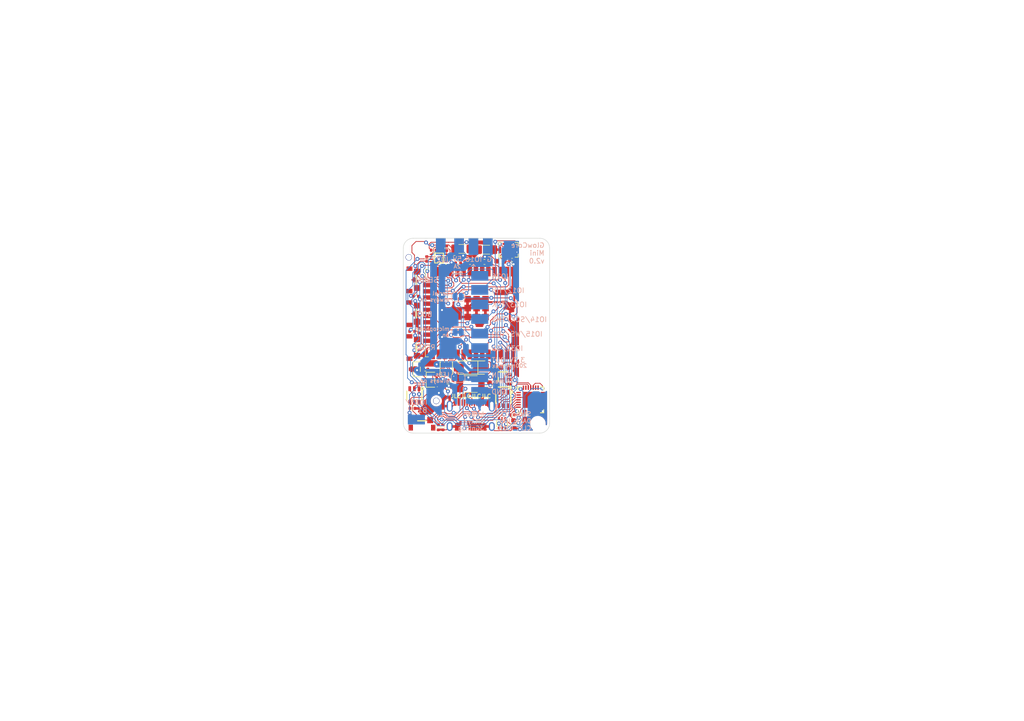
<source format=kicad_pcb>
(kicad_pcb (version 20211014) (generator pcbnew)
  (layers (0 "F.Cu" signal) (31 "B.Cu" signal) (34 "B.Paste" user) (35 "F.Paste" user) (36 "B.SilkS" user "B.Silkscreen") (37 "F.SilkS" user "F.Silkscreen") (38 "B.Mask" user) (39 "F.Mask" user) (44 "Edge.Cuts" user))
  (net 0 "")
  (net 1 "5V AFTER MOSFET")
  (net 2 "GND")
  (net 3 "+3V3")
  (net 4 "+5V")
  (net 5 "EN")
  (net 6 "IO0")
  (net 7 "Net-(F1-Pad1)")
  (net 8 "VBUS")
  (net 9 "LED1 DATA OUT")
  (net 10 "IO25{slash}VBUS")
  (net 11 "USB-C CC1")
  (net 12 "USB-C CC2")
  (net 15 "IO33{slash}MAINBUTTON")
  (net 22 "IO32{slash}SD")
  (net 23 "IO14{slash}SCK{slash}TMS")
  (net 24 "IO12{slash}TDI")
  (net 25 "IO13{slash}TCK")
  (net 32 "IO15{slash}WS{slash}TDO")
  (net 33 "IO16{slash}LED1")
  (net 37 "USB-C DATA+")
  (net 38 "USB-C DATA-")
  (net 39 "RTS")
  (net 40 "DTR")
  (net 43 "Net-(C4-Pad2)")
  (net 44 "Net-(R12-Pad1)")
  (net 45 "Net-(R13-Pad1)")
  (net 46 "Net-(C8-Pad2)")
  (net 52 "IO26")
  (net 53 "IO27")
  (net 54 "Net-(R1-Pad1)")
  (net 57 "IO5{slash}STATUS LED DATA")
  (net 58 "IO18{slash}STATUS LED CLOCK")
  (net 60 "TXD0")
  (net 61 "RXD0")
  (net 62 "Net-(R6-Pad2)")
  (net 63 "IO23{slash}POWERMOSFETS")
  (net 64 "IO22{slash}LED LETCH EN")
  (net 86 "Net-(R9-Pad1)")
  (net 87 "Net-(R5-Pad1)")
  (net 88 "Net-(C10-Pad2)")
  (footprint "Capacitor_SMD:C_0603_1608Metric" (layer "F.Cu") (at 100.4062 79.2226 90)
    (fp_text reference "C14" hide)
    (fp_text value "10uF")
  )
  (footprint "Resistor_SMD:R_0402_1005Metric" (layer "F.Cu") (at 84.582 83.7438 180)
    (fp_text reference "R6" hide)
    (fp_text value "100K")
  )
  (footprint "MountingHole:MountingHole_2.2mm_M2_ISO7380" (layer "F.Cu") (at 86.3092 51.2318 -90)
    (fp_text reference "H1" hide)
    (fp_text value "MountingHole_Pad")
  )
  (footprint "Fuse:Fuse_1812_4532Metric_Pad1.30x3.40mm_HandSolder" (layer "F.Cu") (at 96.52 78.74 180)
    (fp_text reference "F1" hide)
    (fp_text value "BSMD1812-300-16V")
  )
  (footprint "Resistor_SMD:R_0603_1608Metric" (layer "F.Cu") (at 91.87495 79.2486 180)
    (fp_text reference "R4" hide)
    (fp_text value "160K")
  )
  (footprint "footprint:SOT-23-6_L2.9-W1.6-P0.95-LS2.8-BR" (layer "F.Cu") (at 103.238655 81.8134 90)
    (fp_text reference "U9" hide)
    (fp_text value "SN74LVC1G373DBVR")
  )
  (footprint "Resistor_SMD:R_0402_1005Metric" (layer "F.Cu") (at 87.22675 75.6926 180)
    (fp_text reference "R5" hide)
    (fp_text value "100K")
  )
  (footprint "footprint:SOT-23-3_L2.9-W1.3-P1.90-LS2.4-BR" (layer "F.Cu") (at 85.476549 75.710341)
    (fp_text reference "U5" hide)
    (fp_text value "AP40P05")
  )
  (footprint "MountingHole:MountingHole_2.2mm_M2_ISO7380" (layer "F.Cu") (at 110.3376 86.8934 -90)
    (fp_text reference "H2" hide)
    (fp_text value "MountingHole_Pad")
  )
  (footprint "Capacitor_SMD:C_0402_1005Metric" (layer "F.Cu") (at 101.513848 75.377587 -90)
    (fp_text reference "C8" hide)
    (fp_text value "10nF")
  )
  (footprint "footprint:QFN-28_L5.0-W5.0-P0.50-BL-EP" (layer "F.Cu") (at 108.86167 81.9912 -90)
    (fp_text reference "U12" hide)
    (fp_text value "CP2102-GMR")
  )
  (footprint "Capacitor_SMD:C_0603_1608Metric" (layer "F.Cu") (at 103.533448 75.354787)
    (fp_text reference "C6" hide)
    (fp_text value "10uF")
  )
  (footprint "footprint:SMA_L4.4-W2.8-LS5.4-RD" (layer "F.Cu") (at 96.6724 75.3618 180)
    (fp_text reference "U7" hide)
    (fp_text value "SS54")
  )
  (footprint "Capacitor_SMD:C_0603_1608Metric" (layer "F.Cu") (at 102.6284 53.545855)
    (fp_text reference "C5" hide)
    (fp_text value "10uF")
  )
  (footprint "footprint:SW-SMD_TS24CA" (layer "F.Cu") (at 83.7109 57.3538 90)
    (fp_text reference "SW2" hide)
    (fp_text value "TS24CA")
  )
  (footprint "Capacitor_SMD:C_1206_3216Metric_Pad1.33x1.80mm_HandSolder" (layer "F.Cu") (at 99.7458 51.1556)
    (fp_text reference "C7" hide)
    (fp_text value "220uF")
  )
  (footprint "footprint:VSSOP-8_L2.4-W2.1-P0.50-LS3.2-BR" (layer "F.Cu") (at 90.055869 52.875702)
    (fp_text reference "U2" hide)
    (fp_text value "SN74LVC2T45DCUR")
  )
  (footprint "Capacitor_SMD:C_1206_3216Metric_Pad1.33x1.80mm_HandSolder" (layer "F.Cu") (at 94.7928 51.0032)
    (fp_text reference "C9" hide)
    (fp_text value "220uF")
  )
  (footprint "Resistor_SMD:R_0402_1005Metric" (layer "F.Cu") (at 85.95675 71.2476 -90)
    (fp_text reference "R13" hide)
    (fp_text value "220")
  )
  (footprint "footprint:SW-SMD_TS24CA" (layer "F.Cu") (at 83.7109 71.2476 90)
    (fp_text reference "SW3" hide)
    (fp_text value "TS24CA")
  )
  (footprint "Resistor_SMD:R_0402_1005Metric" (layer "F.Cu") (at 93.1926 52.7304 180)
    (fp_text reference "R14" hide)
    (fp_text value "10K")
  )
  (footprint "Capacitor_SMD:C_0402_1005Metric" (layer "F.Cu") (at 91.6178 50.8508 -90)
    (fp_text reference "C1" hide)
    (fp_text value "0.1uF")
  )
  (footprint "footprint:MIC-SMD_8P-L3.0-W4.0-P0.85-BL" (layer "F.Cu") (at 104.2924 51.181 180)
    (fp_text reference "U3" hide)
    (fp_text value "MSM261D4030H1CPM")
  )
  (footprint "Resistor_SMD:R_0402_1005Metric" (layer "F.Cu") (at 93.9546 53.8988)
    (fp_text reference "R12" hide)
    (fp_text value "220")
  )
  (footprint "Resistor_SMD:R_0402_1005Metric" (layer "F.Cu") (at 85.2932 60.7314)
    (fp_text reference "R9" hide)
    (fp_text value "100K")
  )
  (footprint "Resistor_SMD:R_0402_1005Metric" (layer "F.Cu") (at 92.40835 78.004)
    (fp_text reference "R3" hide)
    (fp_text value "100K")
  )
  (footprint "Capacitor_SMD:C_0402_1005Metric" (layer "F.Cu") (at 105.029 53.2892 180)
    (fp_text reference "C4" hide)
    (fp_text value "0.1uF")
  )
  (footprint "footprint:SW-SMD_TS24CA" (layer "F.Cu") (at 83.7109 64.3007 90)
    (fp_text reference "SW4" hide)
    (fp_text value "TS24CA")
  )
  (footprint "footprint:SOT-23-5_L3.0-W1.7-P0.95-LS2.8-BR" (layer "F.Cu") (at 103.10175 77.8008)
    (fp_text reference "U6" hide)
    (fp_text value "SPX3819M5-L-3-3_TR")
  )
  (footprint "footprint:SOT-23-3_L2.9-W1.6-P1.90-LS2.8-BR" (layer "F.Cu") (at 88.2904 77.851)
    (fp_text reference "U11" hide)
    (fp_text value "AO3400A")
  )
  (footprint "footprint:LED-SMD_6P-L2.0-W2.0-P0.80-TL" (layer "F.Cu") (at 91.5416 75.4888 90)
    (fp_text reference "U8" hide)
    (fp_text value "SK9822-EC20")
  )
  (footprint "Resistor_SMD:R_0402_1005Metric" (layer "F.Cu") (at 89.8906 87.6372 90)
    (fp_text reference "R7" hide)
    (fp_text value "5.1K")
  )
  (footprint "Resistor_SMD:R_0402_1005Metric" (layer "F.Cu") (at 84.5312 67.9196 180)
    (fp_text reference "R15" hide)
    (fp_text value "10K")
  )
  (footprint "footprint:SW-SMD_TS24CA" (layer "F.Cu") (at 86.551514 87.9677 180)
    (fp_text reference "SW1" hide)
    (fp_text value "TS24CA")
  )
  (footprint "Resistor_SMD:R_0402_1005Metric" (layer "F.Cu") (at 90.8558 87.6372 90)
    (fp_text reference "R8" hide)
    (fp_text value "5.1K")
  )
  (footprint "Capacitor_SMD:C_0603_1608Metric" (layer "F.Cu") (at 105.3338 86.995 90)
    (fp_text reference "C10" hide)
    (fp_text value "4.7uF")
  )
  (footprint "footprint:SC-70-6_L2.2-W1.3-P0.65-LS2.1-BR" (layer "F.Cu") (at 102.9716 86.8172 -90)
    (fp_text reference "U14" hide)
    (fp_text value "UMH3N")
  )
  (footprint "footprint:WIFI-SMD_ESP32-WROOM-32E" (layer "F.Cu") (at 99.05685 63.3984 -90)
    (fp_text reference "U1" hide)
    (fp_text value "ESP32-WROOM-32E")
  )
  (footprint "footprint:USB-3.1-SMD_U262-161N-4BVC11" (layer "F.Cu") (at 96.44855 86.16932)
    (fp_text reference "USB1" hide)
    (fp_text value "U262-161N-4BVC11")
  )
  (footprint "Capacitor_SMD:C_0402_1005Metric" (layer "F.Cu") (at 105.0544 85.0646)
    (fp_text reference "C11" hide)
    (fp_text value "0.1uF")
  )
  (footprint "Capacitor_SMD:C_0603_1608Metric" (layer "F.Cu") (at 99.3648 53.669)
    (fp_text reference "C12" hide)
    (fp_text value "10uF")
  )
  (footprint "Resistor_SMD:R_0402_1005Metric" (layer "F.Cu") (at 88.9508 51.2572 180)
    (fp_text reference "R1" hide)
    (fp_text value "62")
  )
  (footprint "Capacitor_SMD:C_0402_1005Metric" (layer "F.Cu") (at 85.93135 67.7678 90)
    (fp_text reference "C13" hide)
    (fp_text value "1uF")
  )
  (footprint "footprint:SOT-23-6_L2.9-W1.6-P0.95-LS2.8-BR" (layer "F.Cu") (at 84.9884 81.1022 90)
    (fp_text reference "U4" hide)
    (fp_text value "SN74LVC1G373DBVR")
  )
  (footprint "Capacitor_SMD:C_0402_1005Metric" (layer "F.Cu") (at 87.5284 53.0606 90)
    (fp_text reference "C2" hide)
    (fp_text value "0.1uF")
  )
  (footprint "Capacitor_SMD:C_0603_1608Metric" (layer "F.Cu") (at 96.406 53.669)
    (fp_text reference "C3" hide)
    (fp_text value "10uF")
  )
  (footprint "footprint:Solder pad" (layer "B.Cu") (at 98.4504 62.324861 90)
    (fp_text reference "P7" hide)
    (fp_text value "Solder_Pad")
  )
  (footprint "footprint:Solder pad" (layer "B.Cu") (at 94.23715 50.5466)
    (fp_text reference "P1" hide)
    (fp_text value "Solder_Pad")
  )
  (footprint "footprint:Solder pad" (layer "B.Cu") (at 98.4504 59.3344 90)
    (fp_text reference "P6" hide)
    (fp_text value "Solder_Pad")
  )
  (footprint "Jumper:SolderJumper-2_P1.3mm_Open_RoundedPad1.0x1.5mm" (layer "B.Cu") (at 93.965 77.4192 180)
    (fp_text reference "JP2" hide)
    (fp_text value "SolderJumper_2_Open")
  )
  (footprint "footprint:Solder pad" (layer "B.Cu") (at 98.4504 74.286705 90)
    (fp_text reference "P10" hide)
    (fp_text value "Solder_Pad")
  )
  (footprint "footprint:Solder pad" (layer "B.Cu") (at 100.1268 50.5466)
    (fp_text reference "P3" hide)
    (fp_text value "Solder_Pad")
  )
  (footprint "footprint:Solder pad" (layer "B.Cu") (at 98.4504 71.296244 90)
    (fp_text reference "P11" hide)
    (fp_text value "Solder_Pad")
  )
  (footprint "footprint:Solder pad" (layer "B.Cu") (at 98.4504 65.315322 90)
    (fp_text reference "P8" hide)
    (fp_text value "Solder_Pad")
  )
  (footprint "footprint:Solder pad" (layer "B.Cu") (at 98.3488 56.5912 -90)
    (fp_text reference "P14" hide)
    (fp_text value "Solder_Pad")
  )
  (footprint "Jumper:SolderJumper-2_P1.3mm_Bridged_RoundedPad1.0x1.5mm" (layer "B.Cu") (at 93.965 68.0974 180)
    (fp_text reference "JP1" hide)
    (fp_text value "SolderJumper_2_Bridged")
  )
  (footprint "footprint:Solder pad" (layer "B.Cu") (at 98.3488 77.429566 -90)
    (fp_text reference "P4" hide)
    (fp_text value "Solder_Pad")
  )
  (footprint "Jumper:SolderJumper-2_P1.3mm_Open_RoundedPad1.0x1.5mm" (layer "B.Cu") (at 93.965 60.7822)
    (fp_text reference "JP4" hide)
    (fp_text value "SolderJumper_2_Open")
  )
  (footprint "footprint:Solder pad" (layer "B.Cu") (at 97.181975 50.5466)
    (fp_text reference "P2" hide)
    (fp_text value "Solder_Pad")
  )
  (footprint "footprint:Solder pad" (layer "B.Cu") (at 98.4504 68.305783 90)
    (fp_text reference "P9" hide)
    (fp_text value "Solder_Pad")
  )
  (footprint "footprint:Solder pad" (layer "B.Cu") (at 90.47795 50.5466)
    (fp_text reference "P12" hide)
    (fp_text value "Solder_Pad")
  )
  (footprint "footprint:Solder pad" (layer "B.Cu") (at 98.3488 80.420029 -90)
    (fp_text reference "P5" hide)
    (fp_text value "Solder_Pad")
  )
  (footprint "footprint:Solder pad" (layer "B.Cu") (at 85.344 86.106 -90)
    (fp_text reference "P13" hide)
    (fp_text value "Solder_Pad")
  )
  (gr_line (start 97.1423 54.1655) (end 97.4852 54.5846) (layer "B.SilkS") (width 0.15))
  (gr_line (start 97.1169 54.1655) (end 96.6978 54.5592) (layer "B.SilkS") (width 0.15))
  (gr_line (start 97.1169 54.1655) (end 97.1042 55.1434) (layer "B.SilkS") (width 0.15))
  (gr_line (start 112.726214 50.817214) (end 112.726214 86.817214) (layer "Edge.Cuts") (width 0.1))
  (gr_arc (start 82.726214 50.817214) (mid 83.312 49.403) (end 84.726214 48.817214) (layer "Edge.Cuts") (width 0.1))
  (gr_line (start 82.726214 86.817214) (end 82.726214 50.817214) (layer "Edge.Cuts") (width 0.1))
  (gr_line (start 84.726214 48.817214) (end 110.726214 48.817214) (layer "Edge.Cuts") (width 0.1))
  (gr_arc (start 110.726214 48.817214) (mid 112.140423 49.403002) (end 112.726214 50.817214) (layer "Edge.Cuts") (width 0.1))
  (gr_line (start 110.726214 88.817214) (end 84.726214 88.817214) (layer "Edge.Cuts") (width 0.1))
  (gr_arc (start 84.726214 88.817214) (mid 83.312 88.231428) (end 82.726214 86.817214) (layer "Edge.Cuts") (width 0.1))
  (gr_arc (start 112.726214 86.817214) (mid 112.140429 88.23143) (end 110.726214 88.817214) (layer "Edge.Cuts") (width 0.1))
  (gr_text "IO32/SD" (at 100.7364 71.4248) (layer "B.SilkS") (effects (font (size 1 1)) (justify right mirror)))
  (gr_text "5V IN" (at 100.7364 76.9112) (layer "B.SilkS") (effects (font (size 1 1)) (justify right mirror)))
  (gr_text "LEDs \nalways on" (at 92.2568 77.4192) (layer "B.SilkS") (effects (font (size 0.8 0.8)) (justify left mirror)))
  (gr_text "microphone\non" (at 92.2568 68.0588) (layer "B.SilkS") (effects (font (size 0.8 0.8)) (justify left mirror)))
  (gr_text "G" (at 99.7712 53.1362) (layer "B.SilkS") (effects (font (size 1 1)) (justify right mirror)))
  (gr_text "BOOT" (at 84.709 64.4144) (layer "B.SilkS") (effects (font (size 1 1)) (justify right mirror)))
  (gr_text "200mA max" (at 100.8634 74.9808) (layer "B.SilkS") (effects (font (size 0.8 0.8)) (justify right mirror)))
  (gr_text "IO12/TDI" (at 100.7364 59.533971) (layer "B.SilkS") (effects (font (size 1 1)) (justify right mirror)))
  (gr_text "3.3V OUT" (at 100.7364 73.8378) (layer "B.SilkS") (effects (font (size 1 1)) (justify right mirror)))
  (gr_text "GlowCore \nMini\nv2.0" (at 111.76 51.8668) (layer "B.SilkS") (effects (font (size 1 1)) (justify left mirror)))
  (gr_text "5V" (at 92.7862 53.086) (layer "B.SilkS") (effects (font (size 1 1)) (justify right mirror)))
  (gr_text "Status LED:\nDATA: IO5\nCLK: IO18" (at 109.0422 86.3346) (layer "B.SilkS") (effects (font (size 0.9 0.9)) (justify left mirror)))
  (gr_text "GND" (at 100.7364 80.3402) (layer "B.SilkS") (effects (font (size 1 1)) (justify right mirror)))
  (gr_text "IO14/SCK/TMS" (at 100.7364 65.4812) (layer "B.SilkS") (effects (font (size 1 1)) (justify right mirror)))
  (gr_text "SERIAL" (at 84.7344 57.3786) (layer "B.SilkS") (effects (font (size 1 1)) (justify right mirror)))
  (gr_text "IO15/WS/TDO" (at 100.7364 68.4784) (layer "B.SilkS") (effects (font (size 1 1)) (justify right mirror)))
  (gr_text "2A\nmax" (at 93.7768 55.245) (layer "B.SilkS") (effects (font (size 0.8 0.8)) (justify mirror)))
  (gr_text "IO33/\nB1" (at 87.7316 83.312) (layer "B.SilkS") (effects (font (size 1 1)) (justify left mirror)))
  (gr_text "Serial \nalways on" (at 92.2568 60.769) (layer "B.SilkS") (effects (font (size 0.8 0.8)) (justify left mirror)))
  (gr_text "IO26" (at 100.7618 56.6674) (layer "B.SilkS") (effects (font (size 1 1)) (justify right mirror)))
  (gr_text "IO27" (at 88.4428 53.1622) (layer "B.SilkS") (effects (font (size 1 1)) (justify right mirror)))
  (gr_text "RESET" (at 84.6836 71.2216) (layer "B.SilkS") (effects (font (size 1 1)) (justify right mirror)))
  (gr_text "3A max" (at 105.4862 78.1812) (layer "B.SilkS") (effects (font (size 0.8 0.8)) (justify left mirror)))
  (gr_text "https://\nbit.ly/\n3GnbIkg" (at 99.3902 86.3854) (layer "B.SilkS") (effects (font (size 0.9 0.9)) (justify left mirror)))
  (gr_text "IO16" (at 95.3262 53.1368) (layer "B.SilkS") (effects (font (size 1 1)) (justify right mirror)))
  (gr_text "IO13/TCK" (at 100.7364 62.4332) (layer "B.SilkS") (effects (font (size 1 1)) (justify right mirror)))
  (gr_text "JLCJLCJLCJLC" (at 100.7872 81.2292) (layer "F.SilkS") (effects (font (size 0.8 0.8)) (justify right)))
  (via (at 83.8454 52.7304) (size 1.3) (drill 1.152) (layers "F.Cu" "B.Cu") (net 0))
  (via (at 89.4842 82.1944) (size 1.3) (drill 1.152) (layers "F.Cu" "B.Cu") (net 0))
  (segment (start 91.962072 75.6666) (end 91.962072 77.080302) (width 0.127) (layer "F.Cu") (net 1))
  (segment (start 91.60578 53.617663) (end 91.848137 53.617663) (width 0.15) (layer "F.Cu") (net 1))
  (segment (start 85.34953 75.710341) (end 85.53146 75.892271) (width 0.15) (layer "F.Cu") (net 1))
  (segment (start 98.26265 51.49575) (end 97.2058 52.5526) (width 0.6) (layer "F.Cu") (net 1))
  (segment (start 91.571572 75.2761) (end 91.962072 75.6666) (width 0.127) (layer "F.Cu") (net 1))
  (segment (start 92.7862 50.927) (end 92.7862 51.1556) (width 0.15) (layer "F.Cu") (net 1))
  (segment (start 94.0314 51.1308) (end 94.996 52.0954) (width 1) (layer "F.Cu") (net 1))
  (segment (start 91.8236 50.193) (end 92.0522 50.193) (width 0.15) (layer "F.Cu") (net 1))
  (segment (start 95.1738 52.5526) (end 95.0722 52.451) (width 0.6) (layer "F.Cu") (net 1))
  (segment (start 93.752 51.1308) (end 94.0314 51.1308) (width 1) (layer "F.Cu") (net 1))
  (segment (start 91.60578 53.617663) (end 90.575663 53.617663) (width 0.15) (layer "F.Cu") (net 1))
  (segment (start 92.039443 77.157673) (end 93.0685 77.157673) (width 0.127) (layer "F.Cu") (net 1))
  (segment (start 94.996 52.0954) (end 94.996 52.3748) (width 0.8) (layer "F.Cu") (net 1))
  (segment (start 93.25885 51.1308) (end 93.752 51.1308) (width 0.15) (layer "F.Cu") (net 1))
  (segment (start 91.571572 74.6412) (end 91.571572 75.2761) (width 0.127) (layer "F.Cu") (net 1))
  (segment (start 92.0522 50.193) (end 92.7862 50.927) (width 0.15) (layer "F.Cu") (net 1))
  (segment (start 98.26265 51.1562) (end 98.26265 51.49575) (width 0.15) (layer "F.Cu") (net 1))
  (segment (start 90.575663 53.617663) (end 90.0308 53.0728) (width 0.15) (layer "F.Cu") (net 1))
  (segment (start 95.0722 52.451) (end 94.996 52.3748) (width 0.15) (layer "F.Cu") (net 1))
  (segment (start 84.476549 75.710341) (end 85.34953 75.710341) (width 1.2) (layer "F.Cu") (net 1))
  (segment (start 97.2058 52.5526) (end 95.1738 52.5526) (width 0.6) (layer "F.Cu") (net 1))
  (segment (start 93.203487 51.103387) (end 93.2557 51.1556) (width 0.15) (layer "F.Cu") (net 1))
  (segment (start 91.962072 77.080302) (end 92.039443 77.157673) (width 0.127) (layer "F.Cu") (net 1))
  (via (at 93.0685 77.157673) (size 0.5) (drill 0.2) (layers "F.Cu" "B.Cu") (net 1))
  (via (at 90.0308 53.0728) (size 0.8) (drill 0.4) (layers "F.Cu" "B.Cu") (net 1))
  (via (at 94.996 52.3748) (size 0.8) (drill 0.4) (layers "F.Cu" "B.Cu") (net 1))
  (via (at 85.53146 75.892271) (size 0.8) (drill 0.4) (layers "F.Cu" "B.Cu") (net 1))
  (segment (start 88.9254 72.2376) (end 86.487 74.676) (width 1.4) (layer "B.Cu") (net 1))
  (segment (start 92.0728 76.327) (end 86.487 76.327) (width 1.4) (layer "B.Cu") (net 1))
  (segment (start 92.22875 52.60205) (end 92.4052 52.4256) (width 1.4) (layer "B.Cu") (net 1))
  (segment (start 92.4052 52.4256) (end 93.6815 52.4256) (width 1.4) (layer "B.Cu") (net 1))
  (segment (start 94.16095 51.53975) (end 94.16095 50.4958) (width 1.4) (layer "B.Cu") (net 1))
  (segment (start 85.966189 76.327) (end 85.53146 75.892271) (width 1.4) (layer "B.Cu") (net 1))
  (segment (start 91.73395 53.0728) (end 92.22875 52.578) (width 1) (layer "B.Cu") (net 1))
  (segment (start 86.487 74.676) (end 86.487 76.327) (width 1.4) (layer "B.Cu") (net 1))
  (segment (start 94.996 52.3748) (end 94.46575 52.90505) (width 1.4) (layer "B.Cu") (net 1))
  (segment (start 93.165 77.4192) (end 92.0728 76.327) (width 1.4) (layer "B.Cu") (net 1))
  (segment (start 86.487 76.327) (end 85.966189 76.327) (width 1.4) (layer "B.Cu") (net 1))
  (segment (start 88.9254 54.1782) (end 88.9254 72.2376) (width 1.4) (layer "B.Cu") (net 1))
  (segment (start 94.996 52.3748) (end 94.16095 51.53975) (width 1.4) (layer "B.Cu") (net 1))
  (segment (start 89.4588 53.6448) (end 90.0308 53.0728) (width 1.2) (layer "B.Cu") (net 1))
  (segment (start 93.6815 52.4256) (end 94.16095 52.90505) (width 1.4) (layer "B.Cu") (net 1))
  (segment (start 89.4588 53.6448) (end 88.9254 54.1782) (width 1.4) (layer "B.Cu") (net 1))
  (segment (start 90.0308 53.0728) (end 91.73395 53.0728) (width 1.2) (layer "B.Cu") (net 1))
  (segment (start 102.758448 75.354787) (end 101.971048 75.354787) (width 0.15) (layer "F.Cu") (net 2))
  (segment (start 104.635357 52.415557) (end 105.509 53.2892) (width 0.15) (layer "F.Cu") (net 2))
  (segment (start 100.4062 79.9976) (end 100.868591 80.459991) (width 0.15) (layer "F.Cu") (net 2))
  (segment (start 95.8167 63.1535) (end 91.0499 63.1535) (width 0.4) (layer "F.Cu") (net 2))
  (segment (start 84.988298 79.702149) (end 84.988298 79.298902) (width 0.15) (layer "F.Cu") (net 2))
  (segment (start 85.092 83.7438) (end 90.5002 83.7438) (width 0.15) (layer "F.Cu") (net 2))
  (segment (start 101.1174 81.407) (end 100.868591 81.655809) (width 0.15) (layer "F.Cu") (net 2))
  (segment (start 91.0499 63.1535) (end 90.6526 63.5508) (width 0.4) (layer "F.Cu") (net 2))
  (segment (start 88.468895 52.5806) (end 88.505958 52.617663) (width 0.15) (layer "F.Cu") (net 2))
  (segment (start 100.9136 51.1562) (end 99.949 52.1208) (width 1) (layer "F.Cu") (net 2))
  (segment (start 98.5898 53.6702) (end 98.5898 53.48) (width 0.15) (layer "F.Cu") (net 2))
  (segment (start 90.6526 69.088) (end 90.6526 69.3166) (width 0.15) (layer "F.Cu") (net 2))
  (segment (start 89.84135 88.1472) (end 90.82695 88.1472) (width 0.15) (layer "F.Cu") (net 2))
  (segment (start 100.868591 81.655809) (end 100.868591 83.281728) (width 0.15) (layer "F.Cu") (net 2))
  (segment (start 92.0496 79.0956) (end 92.54695 79.0956) (width 0.15) (layer "F.Cu") (net 2))
  (segment (start 88.505958 52.117536) (end 88.505958 52.617663) (width 0.15) (layer "F.Cu") (net 2))
  (segment (start 105.1517 63.3687) (end 103.7082 61.9252) (width 0.4) (layer "F.Cu") (net 2))
  (segment (start 104.401852 77.800749) (end 104.774451 77.800749) (width 0.15) (layer "F.Cu") (net 2))
  (segment (start 97.14345 61.9252) (end 95.91515 63.1535) (width 0.4) (layer "F.Cu") (net 2))
  (segment (start 90.82695 88.1472) (end 90.83355 88.1406) (width 0.15) (layer "F.Cu") (net 2))
  (segment (start 105.5116 77.0636) (end 105.5116 74.4052) (width 0.15) (layer "F.Cu") (net 2))
  (segment (start 106.025841 85.059048) (end 106.279152 85.059048) (width 0.15) (layer "F.Cu") (net 2))
  (segment (start 109.26215 82.372276) (end 108.861594 82.372276) (width 0.15) (layer "F.Cu") (net 2))
  (segment (start 102.5906 81.407) (end 101.1174 81.407) (width 0.15) (layer "F.Cu") (net 2))
  (segment (start 105.35055 54.14415) (end 105.25015 54.24455) (width 0.15) (layer "F.Cu") (net 2))
  (segment (start 91.60578 52.117536) (end 91.60578 52.617663) (width 0.15) (layer "F.Cu") (net 2))
  (segment (start 99.4867 64.9885) (end 95.8167 64.9885) (width 0.4) (layer "F.Cu") (net 2))
  (segment (start 106.020289 85.0646) (end 106.025841 85.059048) (width 0.15) (layer "F.Cu") (net 2))
  (segment (start 105.5116 74.4052) (end 105.1517 74.0453) (width 0.15) (layer "F.Cu") (net 2))
  (segment (start 103.6574 74.2696) (end 104.9274 74.2696) (width 0.15) (layer "F.Cu") (net 2))
  (segment (start 84.9884 72.346486) (end 84.9884 71.8058) (width 0.15) (layer "F.Cu") (net 2))
  (segment (start 95.8167 61.3185) (end 99.4867 61.3185) (width 0.4) (layer "F.Cu") (net 2))
  (segment (start 88.2904 78.9686) (end 89.728677 77.530323) (width 0.15) (layer "F.Cu") (net 2))
  (segment (start 99.91385 49.6824) (end 101.38765 51.1562) (width 0.8) (layer "F.Cu") (net 2))
  (segment (start 86.081521 72.922479) (end 85.564393 72.922479) (width 0.15) (layer "F.Cu") (net 2))
  (segment (start 111.217874 84.328) (end 109.26215 82.372276) (width 0.15) (layer "F.Cu") (net 2))
  (segment (start 89.728677 77.530323) (end 89.728677 76.901038) (width 0.15) (layer "F.Cu") (net 2))
  (segment (start 102.758448 75.354787) (end 102.758448 75.168552) (width 0.15) (layer "F.Cu") (net 2))
  (segment (start 104.774451 77.800749) (end 105.5116 77.0636) (width 0.15) (layer "F.Cu") (net 2))
  (segment (start 101.343212 51.190512) (end 101.3083 51.1556) (width 0.15) (layer "F.Cu") (net 2))
  (segment (start 91.6178 51.3308) (end 91.6178 52.105516) (width 0.15) (layer "F.Cu") (net 2))
  (segment (start 105.1517 55.6535) (end 105.4862 55.988) (width 0.4) (layer "F.Cu") (net 2))
  (segment (start 91.549723 88.1406) (end 92.228509 87.461814) (width 0.15) (layer "F.Cu") (net 2))
  (segment (start 101.971048 75.354787) (end 101.513848 74.897587) (width 0.15) (layer "F.Cu") (net 2))
  (segment (start 105.4862 55.988) (end 105.4862 63.0342) (width 0.4) (layer "F.Cu") (net 2))
  (segment (start 101.8534 53.545855) (end 100.428345 52.1208) (width 0.15) (layer "F.Cu") (net 2))
  (segment (start 108.361213 81.871895) (end 108.861594 82.372276) (width 0.15) (layer "F.Cu") (net 2))
  (segment (start 101.4222 88.3158) (end 100.868591 87.762191) (width 0.15) (layer "F.Cu") (net 2))
  (segment (start 92.614666 53.651066) (end 92.614666 53.775184) (width 0.15) (layer "F.Cu") (net 2))
  (segment (start 86.0979 57.8104) (end 87.0136 57.8104) (width 0.15) (layer "F.Cu") (net 2))
  (segment (start 91.60578 52.617663) (end 91.818363 52.617663) (width 0.15) (layer "F.Cu") (net 2))
  (segment (start 90.962272 83.281728) (end 92.228509 83.281728) (width 0.15) (layer "F.Cu") (net 2))
  (segment (start 91.60578 52.617663) (end 91.85578 52.617663) (width 0.15) (layer "F.Cu") (net 2))
  (segment (start 108.483324 82.372276) (end 108.861594 82.372276) (width 0.15) (layer "F.Cu") (net 2))
  (segment (start 99.949 52.1208) (end 99.4664 52.6034) (width 1) (layer "F.Cu") (net 2))
  (segment (start 85.564393 66.920843) (end 85.93135 67.2878) (width 0.15) (layer "F.Cu") (net 2))
  (segment (start 88.505958 52.117536) (end 88.505958 52.057642) (width 0.15) (layer "F.Cu") (net 2))
  (segment (start 93.348652 82.539284) (end 92.970953 82.539284) (width 0.15) (layer "F.Cu") (net 2))
  (segment (start 101.3206 74.704339) (end 101.513848 74.897587) (width 0.15) (layer "F.Cu") (net 2))
  (segment (start 86.115198 64.252802) (end 85.564393 64.803607) (width 0.15) (layer "F.Cu") (net 2))
  (segment (start 84.988298 79.298902) (end 85.3186 78.9686) (width 0.15) (layer "F.Cu") (net 2))
  (segment (start 100.868591 80.459991) (end 100.868591 83.281728) (width 0.15) (layer "F.Cu") (net 2))
  (segment (start 92.69995 79.2486) (end 93.1672 79.71585) (width 0.15) (layer "F.Cu") (net 2))
  (segment (start 103.7082 61.9252) (end 97.14345 61.9252) (width 0.4) (layer "F.Cu") (net 2))
  (segment (start 88.9508 51.6128) (end 88.9508 50.8508) (width 0.15) (layer "F.Cu") (net 2))
  (segment (start 100.1522 82.6262) (end 100.1522 82.6008) (width 1.4) (layer "F.Cu") (net 2))
  (segment (start 92.182786 52.944669) (end 92.182786 53.219186) (width 0.15) (layer "F.Cu") (net 2))
  (segment (start 91.571572 76.932028) (end 90.805 77.6986) (width 0.127) (layer "F.Cu") (net 2))
  (segment (start 104.9274 74.2696) (end 105.1517 74.0453) (width 0.15) (layer "F.Cu") (net 2))
  (segment (start 105.509 53.2892) (end 105.25015 53.54805) (width 0.15) (layer "F.Cu") (net 2))
  (segment (start 100.428345 52.1208) (end 99.949 52.1208) (width 0.15) (layer "F.Cu") (net 2))
  (segment (start 106.6546 88.011) (end 105.5748 88.011) (width 0.15) (layer "F.Cu") (net 2))
  (segment (start 108.361213 81.490895) (end 106.361721 81.490895) (width 0.15) (layer "F.Cu") (net 2))
  (segment (start 85.8032 60.7314) (end 85.8032 61.029002) (width 0.15) (layer "F.Cu") (net 2))
  (segment (start 95.8167 63.1535) (end 95.8167 61.3185) (width 0.4) (layer "F.Cu") (net 2))
  (segment (start 104.5713 63.9491) (end 104.5713 65.5569) (width 0.4) (layer "F.Cu") (net 2))
  (segment (start 97.3582 49.6824) (end 99.91385 49.6824) (width 0.8) (layer "F.Cu") (net 2))
  (segment (start 104.292451 52.415557) (end 104.635357 52.415557) (width 0.15) (layer "F.Cu") (net 2))
  (segment (start 99.4867 61.3185) (end 99.4867 64.9885) (width 0.4) (layer "F.Cu") (net 2))
  (segment (start 85.564393 65.975579) (end 85.564393 66.920843) (width 0.15) (layer "F.Cu") (net 2))
  (segment (start 101.38765 51.1562) (end 100.9136 51.1562) (width 0.8) (layer "F.Cu") (net 2))
  (segment (start 89.7128 50.6476) (end 91.182736 52.117536) (width 0.15) (layer "F.Cu") (net 2))
  (segment (start 108.861594 81.991276) (end 108.361213 81.490895) (width 0.15) (layer "F.Cu") (net 2))
  (segment (start 106.807 84.5312) (end 106.807 84.0486) (width 0.15) (layer "F.Cu") (net 2))
  (segment (start 105.4862 63.0342) (end 105.1517 63.3687) (width 0.4) (layer "F.Cu") (net 2))
  (segment (start 106.017368 51.661368) (end 106.0196 51.6636) (width 0.15) (layer "F.Cu") (net 2))
  (segment (start 90.6526 69.3166) (end 88.6968 71.2724) (width 0.15) (layer "F.Cu") (net 2))
  (segment (start 102.567533 51.190512) (end 101.343212 51.190512) (width 0.15) (layer "F.Cu") (net 2))
  (segment (start 102.758448 75.168552) (end 103.6574 74.2696) (width 0.15) (layer "F.Cu") (net 2))
  (segment (start 96.3807 51.1556) (end 96.3807 50.6599) (width 0.8) (layer "F.Cu") (net 2))
  (segment (start 105.3084 49.9618) (end 104.096017 49.9618) (width 0.15) (layer "F.Cu") (net 2))
  (segment (start 88.505958 52.117536) (end 88.621264 52.117536) (width 0.15) (layer "F.Cu") (net 2))
  (segment (start 85.3186 78.9686) (end 88.2904 78.9686) (width 0.15) (layer "F.Cu") (net 2))
  (segment (start 89.154 50.6476) (end 89.7128 50.6476) (width 0.15) (layer "F.Cu") (net 2))
  (segment (start 90.526239 77.6986) (end 89.728677 76.901038) (width 0.15) (layer "F.Cu") (net 2))
  (segment (start 104.5713 65.5569) (end 105.537 66.5226) (width 0.4) (layer "F.Cu") (net 2))
  (segment (start 85.564393 72.922479) (end 84.9884 72.346486) (width 0.15) (layer "F.Cu") (net 2))
  (segment (start 91.182736 52.117536) (end 91.60578 52.117536) (width 0.15) (layer "F.Cu") (net 2))
  (segment (start 88.9508 50.8508) (end 89.154 50.6476) (width 0.15) (layer "F.Cu") (net 2))
  (segment (start 104.788 88.3158) (end 101.4222 88.3158) (width 0.15) (layer "F.Cu") (net 2))
  (segment (start 88.6968 71.2724) (end 87.7316 71.2724) (width 0.15) (layer "F.Cu") (net 2))
  (segment (start 87.6417 58.4385) (end 88.6564 58.4385) (width 0.15) (layer "F.Cu") (net 2))
  (segment (start 105.537 72.2682) (end 105.1517 72.6535) (width 0.4) (layer "F.Cu") (net 2))
  (segment (start 88.505958 52.057642) (end 88.9508 51.6128) (width 0.15) (layer "F.Cu") (net 2))
  (segment (start 97.181 53.6702) (end 98.5898 53.6702) (width 0.15) (layer "F.Cu") (net 2))
  (segment (start 97.6517 61.3185) (end 97.6517 64.9885) (width 0.4) (layer "F.Cu") (net 2))
  (segment (start 105.25015 54.24455) (end 105.25015 55.6535) (width 0.15) (layer "F.Cu") (net 2))
  (segment (start 104.096017 49.9618) (end 104.092349 49.965468) (width 0.15) (layer "F.Cu") (net 2))
  (segment (start 90.5002 83.7438) (end 90.962272 83.281728) (width 0.15) (layer "F.Cu") (net 2))
  (segment (start 105.25015 53.54805) (end 105.25015 55.6535) (width 0.15) (layer "F.Cu") (net 2))
  (segment (start 106.807 84.0486) (end 108.483324 82.372276) (width 0.15) (layer "F.Cu") (net 2))
  (segment (start 106.279152 85.059048) (end 106.807 84.5312) (width 0.15) (layer "F.Cu") (net 2))
  (segment (start 103.238553 80.759047) (end 102.5906 81.407) (width 0.15) (layer "F.Cu") (net 2))
  (segment (start 90.83355 88.1406) (end 91.549723 88.1406) (width 0.15) (layer "F.Cu") (net 2))
  (segment (start 105.5748 88.011) (end 105.3338 87.77) (width 0.15) (layer "F.Cu") (net 2))
  (segment (start 98.5898 53.48) (end 99.4664 52.6034) (width 0.15) (layer "F.Cu") (net 2))
  (segment (start 92.970953 82.539284) (end 92.228509 83.281728) (width 0.15) (layer "F.Cu") (net 2))
  (segment (start 87.7316 71.2724) (end 86.081521 72.922479) (width 0.15) (layer "F.Cu") (net 2))
  (segment (start 103.238553 80.413349) (end 103.238553 80.759047) (width 0.15) (layer "F.Cu") (net 2))
  (segment (start 93.1672 82.343037) (end 92.228509 83.281728) (width 0.15) (layer "F.Cu") (net 2))
  (segment (start 90.805 77.6986) (end 90.526239 77.6986) (width 0.15) (layer "F.Cu") (net 2))
  (segment (start 105.1517 74.0453) (end 105.1517 72.6535) (width 0.15) (layer "F.Cu") (net 2))
  (segment (start 91.571572 76.3364) (end 91.571572 76.932028) (width 0.127) (layer "F.Cu") (net 2))
  (segment (start 92.182786 53.219186) (end 92.614666 53.651066) (width 0.15) (layer "F.Cu") (net 2))
  (segment (start 91.85578 52.617663) (end 92.182786 52.944669) (width 0.15) (layer "F.Cu") (net 2))
  (segment (start 106.017368 50.971488) (end 106.017368 51.661368) (width 0.15) (layer "F.Cu") (net 2))
  (segment (start 85.8032 61.029002) (end 86.115198 61.341) (width 0.15) (layer "F.Cu") (net 2))
  (segment (start 85.564393 64.803607) (end 85.564393 65.975579) (width 0.15) (layer "F.Cu") (net 2))
  (segment (start 88.6564 58.4385) (end 90.6526 60.4347) (width 0.15) (layer "F.Cu") (net 2))
  (segment (start 93.1672 79.71585) (end 93.1672 82.343037) (width 0.15) (layer "F.Cu") (net 2))
  (segment (start 111.3282 84.328) (end 111.217874 84.328) (width 0.15) (layer "F.Cu") (net 2))
  (segment (start 100.868591 87.762191) (end 100.868591 87.461814) (width 0.15) (layer "F.Cu") (net 2))
  (segment (start 87.0136 57.8104) (end 87.6417 58.4385) (width 0.15) (layer "F.Cu") (net 2))
  (segment (start 100.807728 83.281728) (end 100.1522 82.6262) (width 1.3) (layer "F.Cu") (net 2))
  (segment (start 105.3338 87.77) (end 104.788 88.3158) (width 0.15) (layer "F.Cu") (net 2))
  (segment (start 91.6178 52.105516) (end 91.60578 52.117536) (width 0.15) (layer "F.Cu") (net 2))
  (segment (start 105.5344 85.0646) (end 106.020289 85.0646) (width 0.15) (layer "F.Cu") (net 2))
  (segment (start 92.54695 79.0956) (end 92.69995 79.2486) (width 0.15) (layer "F.Cu") (net 2))
  (segment (start 105.1517 63.3687) (end 104.5713 63.9491) (width 0.4) (layer "F.Cu") (net 2))
  (segment (start 101.3206 74.180002) (end 101.3206 74.704339) (width 0.15) (layer "F.Cu") (net 2))
  (segment (start 105.537 66.5226) (end 105.537 72.2682) (width 0.4) (layer "F.Cu") (net 2))
  (segment (start 87.5284 52.5806) (end 88.468895 52.5806) (width 0.15) (layer "F.Cu") (net 2))
  (segment (start 96.3807 50.6599) (end 97.3582 49.6824) (width 0.8) (layer "F.Cu") (net 2))
  (segment (start 95.91515 63.1535) (end 95.8167 63.1535) (width 0.4) (layer "F.Cu") (net 2))
  (via (at 90.6526 63.5508) (size 0.8) (drill 0.4) (layers "F.Cu" "B.Cu") (net 2))
  (via (at 106.6546 88.011) (size 0.8) (drill 0.4) (layers "F.Cu" "B.Cu") (net 2))
  (via (at 86.115198 64.252802) (size 0.8) (drill 0.4) (layers "F.Cu" "B.Cu") (net 2))
  (via (at 99.4664 52.6034) (size 0.8) (drill 0.4) (layers "F.Cu" "B.Cu") (net 2))
  (via (at 105.3084 49.9618) (size 0.5) (drill 0.2) (layers "F.Cu" "B.Cu") (net 2))
  (via (at 90.6526 69.088) (size 0.8) (drill 0.4) (layers "F.Cu" "B.Cu") (net 2))
  (via (at 106.0196 51.6636) (size 0.5) (drill 0.2) (layers "F.Cu" "B.Cu") (net 2))
  (via (at 90.0176 80.5688) (size 0.8) (drill 0.4) (layers "F.Cu" "B.Cu") (net 2))
  (via (at 90.805 77.6986) (size 0.8) (drill 0.4) (layers "F.Cu" "B.Cu") (net 2))
  (via (at 84.9884 71.8058) (size 0.8) (drill 0.4) (layers "F.Cu" "B.Cu") (net 2))
  (via (at 92.0496 79.0956) (size 0.8) (drill 0.4) (layers "F.Cu" "B.Cu") (net 2))
  (via (at 111.3282 84.328) (size 0.8) (drill 0.4) (layers "F.Cu" "B.Cu") (net 2))
  (via (at 90.6526 60.4347) (size 0.8) (drill 0.4) (layers "F.Cu" "B.Cu") (net 2))
  (via (at 86.115198 61.341) (size 0.8) (drill 0.4) (layers "F.Cu" "B.Cu") (net 2))
  (via (at 86.0979 57.8104) (size 0.8) (drill 0.4) (layers "F.Cu" "B.Cu") (net 2))
  (via (at 105.35055 54.14415) (size 0.8) (drill 0.4) (layers "F.Cu" "B.Cu") (net 2))
  (via (at 92.614666 53.775184) (size 0.8) (drill 0.4) (layers "F.Cu" "B.Cu") (net 2))
  (via (at 101.3206 74.180002) (size 0.8) (drill 0.4) (layers "F.Cu" "B.Cu") (net 2))
  (segment (start 106.0196 53.4751) (end 105.35055 54.14415) (width 0.15) (layer "B.Cu") (net 2))
  (segment (start 86.0979 57.8104) (end 86.0806 57.8277) (width 0.15) (layer "B.Cu") (net 2))
  (segment (start 95.8088 54.0258) (end 100.0506 54.0258) (width 1.4) (layer "B.Cu") (net 2))
  (segment (start 101.346 74.9046) (end 101.346 74.205402) (width 0.6) (layer "B.Cu") (net 2))
  (segment (start 109.347 84.328) (end 108.1278 85.5472) (width 0.15) (layer "B.Cu") (net 2))
  (segment (start 104.292451 53.086051) (end 105.35055 54.14415) (width 0.15) (layer "B.Cu") (net 2))
  (segment (start 86.36 70.4342) (end 84.9884 71.8058) (width 0.15) (layer "B.Cu") (net 2))
  (segment (start 86.36 64.497604) (end 86.36 70.4342) (width 0.15) (layer "B.Cu") (net 2))
  (segment (start 96.346556 72.9234) (end 100.564095 72.9234) (width 0.6) (layer "B.Cu") (net 2))
  (segment (start 106.6546 87.9094) (end 106.6546 88.011) (width 0.15) (layer "B.Cu") (net 2))
  (segment (start 101.219 75.5142) (end 101.8286 76.1238) (width 1.4) (layer "B.Cu") (net 2))
  (segment (start 94.7166 69.9516) (end 95.2754 70.5104) (width 0.6) (layer "B.Cu") (net 2))
  (segment (start 101.8286 76.1238) (end 101.8286 80.2386) (width 1.4) (layer "B.Cu") (net 2))
  (segment (start 100.859771 80.343829) (end 100.868591 80.352649) (width 1.4) (layer "B.Cu") (net 2))
  (segment (start 101.346 74.205402) (end 101.3206 74.180002) (width 0.6) (layer "B.Cu") (net 2))
  (segment (start 92.614666 53.775184) (end 92.7862 53.946718) (width 0.15) (layer "B.Cu") (net 2))
  (segment (start 99.4664 52.6034) (end 99.4664 51.08) (width 0.8) (layer "B.Cu") (net 2))
  (segment (start 90.805 77.851) (end 92.0496 79.0956) (width 0.15) (layer "B.Cu") (net 2))
  (segment (start 86.0806 61.306402) (end 86.115198 61.341) (width 0.15) (layer "B.Cu") (net 2))
  (segment (start 108.1278 86.4362) (end 106.6546 87.9094) (width 0.15) (layer "B.Cu") (net 2))
  (segment (start 100.564095 72.9234) (end 101.3206 73.679905) (width 0.6) (layer "B.Cu") (net 2))
  (segment (start 100.868591 80.352649) (end 100.868591 83.281728) (width 1.4) (layer "B.Cu") (net 2))
  (segment (start 90.6526 69.088) (end 90.6526 63.5508) (width 1.4) (layer "B.Cu") (net 2))
  (segment (start 95.0468 54.7878) (end 95.8088 54.0258) (width 1.4) (layer "B.Cu") (net 2))
  (segment (start 86.115198 64.252802) (end 86.115198 61.341) (width 0.15) (layer "B.Cu") (net 2))
  (segment (start 95.2754 70.5104) (end 95.2754 71.852244) (width 0.6) (layer "B.Cu") (net 2))
  (segment (start 90.6526 60.4347) (end 90.6526 54.8894) (width 1.4) (layer "B.Cu") (net 2))
  (segment (start 95.2754 71.852244) (end 96.346556 72.9234) (width 0.6) (layer "B.Cu") (net 2))
  (segment (start 104.292451 50.977749) (end 104.292451 53.086051) (width 0.15) (layer "B.Cu") (net 2))
  (segment (start 90.6526 60.4347) (end 90.6526 63.5508) (width 1.4) (layer "B.Cu") (net 2))
  (segment (start 96.3676 75.8444) (end 100.457 75.8444) (width 0.6) (layer "B.Cu") (net 2))
  (segment (start 100.0506 54.0258) (end 100.0506 50.4958) (width 1.4) (layer "B.Cu") (net 2))
  (segment (start 93.345 72.8218) (end 96.3676 75.8444) (width 0.6) (layer "B.Cu") (net 2))
  (segment (start 105.3084 49.9618) (end 104.292451 50.977749) (width 0.15) (layer "B.Cu") (net 2))
  (segment (start 92.7862 53.946718) (end 92.7862 54.7878) (width 0.15) (layer "B.Cu") (net 2))
  (segment (start 111.3282 84.328) (end 109.347 84.328) (width 0.15) (layer "B.Cu") (net 2))
  (segment (start 90.805 77.6986) (end 90.805 77.851) (width 0.15) (layer "B.Cu") (net 2))
  (segment (start 86.115198 64.252802) (end 86.36 64.497604) (width 0.15) (layer "B.Cu") (net 2))
  (segment (start 101.3206 73.679905) (end 101.3206 74.180002) (width 0.6) (layer "B.Cu") (net 2))
  (segment (start 86.0806 57.8277) (end 86.0806 61.306402) (width 0.15) (layer "B.Cu") (net 2))
  (segment (start 93.8784 69.9516) (end 93.345 70.485) (width 0.6) (layer "B.Cu") (net 2))
  (segment (start 101.8286 80.2386) (end 101.0412 81.026) (width 1.4) (layer "B.Cu") (net 2))
  (segment (start 100.457 75.8444) (end 101.1428 75.1586) (width 0.6) (layer "B.Cu") (net 2))
  (segment (start 93.8784 69.9516) (end 94.7166 69.9516) (width 0.6) (layer "B.Cu") (net 2))
  (segment (start 90.7542 54.7878) (end 92.7862 54.7878) (width 1.4) (layer "B.Cu") (net 2))
  (segment (start 101.092 75.1586) (end 101.346 74.9046) (width 0.6) (layer "B.Cu") (net 2))
  (segment (start 93.345 70.485) (end 93.345 72.8218) (width 0.6) (layer "B.Cu") (net 2))
  (segment (start 108.1278 85.5472) (end 108.1278 86.4362) (width 0.15) (layer "B.Cu") (net 2))
  (segment (start 99.4664 51.08) (end 100.0506 50.4958) (width 0.8) (layer "B.Cu") (net 2))
  (segment (start 92.7862 54.7878) (end 95.0468 54.7878) (width 1.4) (layer "B.Cu") (net 2))
  (segment (start 90.6526 69.088) (end 91.5162 69.9516) (width 1.4) (layer "B.Cu") (net 2))
  (segment (start 106.0196 51.6636) (end 106.0196 53.4751) (width 0.15) (layer "B.Cu") (net 2))
  (segment (start 91.5162 69.9516) (end 93.8784 69.9516) (width 1.4) (layer "B.Cu") (net 2))
  (segment (start 100.859771 80.343829) (end 98.3996 80.343829) (width 1.4) (layer "B.Cu") (net 2))
  (segment (start 90.6526 54.8894) (end 90.7542 54.7878) (width 1.4) (layer "B.Cu") (net 2))
  (segment (start 86.549157 86.142757) (end 88.111079 86.142757) (width 0.15) (layer "F.Cu") (net 3))
  (segment (start 92.688 52.832) (end 92.688 52.2698) (width 0.15) (layer "F.Cu") (net 3))
  (segment (start 94.234 52.705) (end 95.198 53.669) (width 0.15) (layer "F.Cu") (net 3))
  (segment (start 103.8817 56.3075) (end 103.8817 55.6535) (width 0.15) (layer "F.Cu") (net 3))
  (segment (start 104.3432 56.769) (end 103.8817 56.3075) (width 0.15) (layer "F.Cu") (net 3))
  (segment (start 103.238553 82.587847) (end 103.4796 82.3468) (width 0.15) (layer "F.Cu") (net 3))
  (segment (start 103.9622 58.7756) (end 104.3432 58.3946) (width 0.15) (layer "F.Cu") (net 3))
  (segment (start 100.4062 74.1426) (end 96.5454 74.1426) (width 0.15) (layer "F.Cu") (net 3))
  (segment (start 84.4804 50.3174) (end 85.3186 49.4792) (width 0.15) (layer "F.Cu") (net 3))
  (segment (start 86.3092 57.2008) (end 85.564393 56.455993) (width 0.15) (layer "F.Cu") (net 3))
  (segment (start 85.187116 54.512884) (end 85.0138 54.339568) (width 0.15) (layer "F.Cu") (net 3))
  (segment (start 92.688 52.2698) (end 92.8116 52.1462) (width 0.15) (layer "F.Cu") (net 3))
  (segment (start 86.9442 57.2008) (end 86.3092 57.2008) (width 0.15) (layer "F.Cu") (net 3))
  (segment (start 88.505958 53.617663) (end 87.780663 53.617663) (width 0.15) (layer "F.Cu") (net 3))
  (segment (start 91.4146 84.582) (end 91.694 84.8614) (width 0.15) (layer "F.Cu") (net 3))
  (segment (start 100.4062 78.8252) (end 100.4062 78.4476) (width 0.15) (layer "F.Cu") (net 3))
  (segment (start 90.6272 50.8508) (end 89.9922 50.2158) (width 0.15) (layer "F.Cu") (net 3))
  (segment (start 93.1926 60.198) (end 91.2876 60.198) (width 0.15) (layer "F.Cu") (net 3))
  (segment (start 92.3036 51.2318) (end 92.1766 51.1048) (width 0.127) (layer "F.Cu") (net 3))
  (segment (start 101.801648 78.750711) (end 100.709311 78.750711) (width 0.15) (layer "F.Cu") (net 3))
  (segment (start 87.780663 53.617663) (end 87.5665 53.4035) (width 0.15) (layer "F.Cu") (net 3))
  (segment (start 92.3036 51.9684) (end 92.3036 51.2318) (width 0.15) (layer "F.Cu") (net 3))
  (segment (start 102.288591 79.237654) (end 101.801648 78.750711) (width 0.15) (layer "F.Cu") (net 3))
  (segment (start 103.4796 82.3468) (end 104.521 82.3468) (width 0.15) (layer "F.Cu") (net 3))
  (segment (start 92.82972 84.8614) (end 93.04521 84.64591) (width 0.15) (layer "F.Cu") (net 3))
  (segment (start 94.615 58.7756) (end 93.1926 60.198) (width 0.15) (layer "F.Cu") (net 3))
  (segment (start 102.288591 80.413349) (end 102.288591 79.237654) (width 0.15) (layer "F.Cu") (net 3))
  (segment (start 104.4448 79.502) (end 102.87 79.502) (width 0.15) (layer "F.Cu") (net 3))
  (segment (start 95.6056 69.6214) (end 94.311846 70.915154) (width 0.15) (layer "F.Cu") (net 3))
  (segment (start 84.582 84.1756) (end 86.549157 86.142757) (width 0.15) (layer "F.Cu") (net 3))
  (segment (start 105.6818 81.567) (end 105.6818 80.739) (width 0.15) (layer "F.Cu") (net 3))
  (segment (start 101.801648 78.750711) (end 102.052572 78.750711) (width 0.15) (layer "F.Cu") (net 3))
  (segment (start 99.7712 77.0382) (end 100.6348 76.1746) (width 0.15) (layer "F.Cu") (net 3))
  (segment (start 104.3432 58.3946) (end 104.3432 56.769) (width 0.15) (layer "F.Cu") (net 3))
  (segment (start 100.6348 76.1746) (end 100.6348 74.3712) (width 0.15) (layer "F.Cu") (net 3))
  (segment (start 95.0976 58.7756) (end 103.9622 58.7756) (width 0.15) (layer "F.Cu") (net 3))
  (segment (start 85.8901 53.8099) (end 85.564393 54.135607) (width 0.15) (layer "F.Cu") (net 3))
  (segment (start 88.6633 50.2158) (end 88.646 50.2331) (width 0.15) (layer "F.Cu") (net 3))
  (segment (start 87.1728 49.4792) (end 87.376 49.6824) (width 0.15) (layer "F.Cu") (net 3))
  (segment (start 85.0138 52.2732) (end 84.4804 51.7398) (width 0.15) (layer "F.Cu") (net 3))
  (segment (start 88.8492 57.7596) (end 87.503 57.7596) (width 0.15) (layer "F.Cu") (net 3))
  (segment (start 91.9226 50.8508) (end 91.4654 50.8508) (width 0.127) (layer "F.Cu") (net 3))
  (segment (start 95.0976 58.7756) (end 94.615 58.7756) (width 0.15) (layer "F.Cu") (net 3))
  (segment (start 85.0138 54.339568) (end 85.0138 52.2732) (width 0.15) (layer "F.Cu") (net 3))
  (segment (start 88.111079 86.142757) (end 89.671836 84.582) (width 0.15) (layer "F.Cu") (net 3))
  (segment (start 100.4062 78.4476) (end 100.0122 78.4476) (width 0.15) (layer "F.Cu") (net 3))
  (segment (start 89.9922 50.2158) (end 88.6633 50.2158) (width 0.15) (layer "F.Cu") (net 3))
  (segment (start 102.87 79.502) (end 102.288591 80.083409) (width 0.15) (layer "F.Cu") (net 3))
  (segment (start 92.3036 51.9684) (end 92.3036 52.5686) (width 0.15) (layer "F.Cu") (net 3))
  (segment (start 92.8116 52.1462) (end 93.9292 52.1462) (width 0.15) (layer "F.Cu") (net 3))
  (segment (start 94.234 52.451) (end 94.234 52.705) (width 0.15) (layer "F.Cu") (net 3))
  (segment (start 104.521 82.3468) (end 104.8512 82.0166) (width 0.15) (layer "F.Cu") (net 3))
  (segment (start 85.3186 49.4792) (end 87.1728 49.4792) (width 0.15) (layer "F.Cu") (net 3))
  (segment (start 91.2876 60.198) (end 88.8492 57.7596) (width 0.15) (layer "F.Cu") (net 3))
  (segment (start 85.564393 54.135607) (end 85.564393 55.678667) (width 0.15) (layer "F.Cu") (net 3))
  (segment (start 104.8512 82.0166) (end 105.2322 82.0166) (width 0.15) (layer "F.Cu") (net 3))
  (segment (start 85.564393 56.455993) (end 85.564393 55.678667) (width 0.15) (layer "F.Cu") (net 3))
  (segment (start 87.503 57.7596) (end 86.9442 57.2008) (width 0.15) (layer "F.Cu") (net 3))
  (segment (start 84.263704 67.577177) (end 84.238373 67.577177) (width 0.15) (layer "F.Cu") (net 3))
  (segment (start 91.694 84.8614) (end 92.82972 84.8614) (width 0.15) (layer "F.Cu") (net 3))
  (segment (start 95.198 53.669) (end 95.631 53.669) (width 0.15) (layer "F.Cu") (net 3))
  (segment (start 84.988298 82.502251) (end 84.988298 82.829502) (width 0.15) (layer "F.Cu") (net 3))
  (segment (start 85.187116 54.512884) (end 85.564393 54.890161) (width 0.15) (layer "F.Cu") (net 3))
  (segment (start 105.2322 82.0166) (end 105.6818 81.567) (width 0.15) (layer "F.Cu") (net 3))
  (segment (start 84.238373 67.577177) (end 84.02235 67.7932) (width 0.15) (layer "F.Cu") (net 3))
  (segment (start 99.7712 78.2066) (end 99.7712 77.0382) (width 0.15) (layer "F.Cu") (net 3))
  (segment (start 93.9292 52.1462) (end 94.234 52.451) (width 0.15) (layer "F.Cu") (net 3))
  (segment (start 84.582 83.2358) (end 84.582 84.1756) (width 0.15) (layer "F.Cu") (net 3))
  (segment (start 92.3036 52.5686) (end 92.6826 52.9476) (width 0.15) (layer "F.Cu") (net 3))
  (segment (start 100.709311 78.750711) (end 100.4062 78.4476) (width 0.15) (layer "F.Cu") (net 3))
  (segment (start 87.4776 53.4924) (end 86.2076 53.4924) (width 0.15) (layer "F.Cu") (net 3))
  (segment (start 89.671836 84.582) (end 91.4146 84.582) (width 0.15) (layer "F.Cu") (net 3))
  (segment (start 100.6021 79.0211) (end 100.4062 78.8252) (width 0.15) (layer "F.Cu") (net 3))
  (segment (start 84.988298 82.829502) (end 84.582 83.2358) (width 0.15) (layer "F.Cu") (net 3))
  (segment (start 87.5665 53.4035) (end 87.4776 53.4924) (width 0.15) (layer "F.Cu") (net 3))
  (segment (start 96.5454 74.1426) (end 96.266 74.422) (width 0.15) (layer "F.Cu") (net 3))
  (segment (start 92.1766 51.1048) (end 91.9226 50.8508) (width 0.127) (layer "F.Cu") (net 3))
  (segment (start 86.2076 53.4924) (end 85.8901 53.8099) (width 0.15) (layer "F.Cu") (net 3))
  (segment (start 100.6348 74.3712) (end 100.4062 74.1426) (width 0.15) (layer "F.Cu") (net 3))
  (segment (start 84.4804 51.7398) (end 84.4804 50.3174) (width 0.15) (layer "F.Cu") (net 3))
  (segment (start 103.238553 83.213451) (end 103.238553 82.587847) (width 0.15) (layer "F.Cu") (net 3))
  (segment (start 105.6818 80.739) (end 104.4448 79.502) (width 0.15) (layer "F.Cu") (net 3))
  (segment (start 100.0122 78.4476) (end 99.7712 78.2066) (width 0.15) (layer "F.Cu") (net 3))
  (segment (start 91.4654 50.8508) (end 90.6272 50.8508) (width 0.127) (layer "F.Cu") (net 3))
  (segment (start 102.288591 80.083409) (end 102.288591 80.413349) (width 0.15) (layer "F.Cu") (net 3))
  (segment (start 85.564393 54.890161) (end 85.564393 55.678667) (width 0.15) (layer "F.Cu") (net 3))
  (segment (start 94.311846 70.915154) (end 94.311846 71.098957) (width 0.15) (layer "F.Cu") (net 3))
  (via (at 95.6056 69.6214) (size 0.8) (drill 0.4) (layers "F.Cu" "B.Cu") (net 3))
  (via (at 85.187116 54.512884) (size 0.8) (drill 0.4) (layers "F.Cu" "B.Cu") (net 3))
  (via (at 87.376 49.6824) (size 0.8) (drill 0.4) (layers "F.Cu" "B.Cu") (net 3))
  (via (at 96.266 74.422) (size 0.8) (drill 0.4) (layers "F.Cu" "B.Cu") (net 3))
  (via (at 94.311846 71.098957) (size 0.8) (drill 0.4) (layers "F.Cu" "B.Cu") (net 3))
  (via (at 88.646 50.2331) (size 0.8) (drill 0.4) (layers "F.Cu" "B.Cu") (net 3))
  (via (at 84.263704 67.577177) (size 0.8) (drill 0.4) (layers "F.Cu" "B.Cu") (net 3))
  (via (at 93.04521 84.64591) (size 0.8) (drill 0.4) (layers "F.Cu" "B.Cu") (net 3))
  (via (at 100.6021 79.0211) (size 0.8) (drill 0.4) (layers "F.Cu" "B.Cu") (net 3))
  (via (at 95.0976 58.7756) (size 0.8) (drill 0.4) (layers "F.Cu" "B.Cu") (net 3))
  (segment (start 93.91609 84.64591) (end 94.2848 84.2772) (width 0.15) (layer "B.Cu") (net 3))
  (segment (start 85.187116 55.351084) (end 84.660945 55.877255) (width 0.15) (layer "B.Cu") (net 3))
  (segment (start 93.2688 62.7888) (end 93.2688 60.8284) (width 0.15) (layer "B.Cu") (net 3))
  (segment (start 95.6056 69.6214) (end 95.6056 69.088) (width 0.15) (layer "B.Cu") (net 3))
  (segment (start 87.9267 50.2331) (end 87.376 49.6824) (width 0.15) (layer "B.Cu") (net 3))
  (segment (start 96.266 74.422) (end 96.325095 74.362905) (width 0.15) (layer "B.Cu") (net 3))
  (segment (start 94.333545 84.228455) (end 94.333545 79.504055) (width 0.15) (layer "B.Cu") (net 3))
  (segment (start 94.8182 58.7756) (end 93.315 60.2788) (width 0.15) (layer "B.Cu") (net 3))
  (segment (start 93.2688 60.8284) (end 93.315 60.7822) (width 0.15) (layer "B.Cu") (net 3))
  (segment (start 95.0976 58.7756) (end 94.8182 58.7756) (width 0.15) (layer "B.Cu") (net 3))
  (segment (start 94.311846 72.467846) (end 94.311846 71.098957) (width 0.15) (layer "B.Cu") (net 3))
  (segment (start 83.6422 62.0522) (end 84.689495 63.099495) (width 0.15) (layer "B.Cu") (net 3))
  (segment (start 100.6021 79.0211) (end 100.448 78.867) (width 0.15) (layer "B.Cu") (net 3))
  (segment (start 96.266 74.422) (end 94.311846 72.467846) (width 0.15) (layer "B.Cu") (net 3))
  (segment (start 94.333545 79.504055) (end 94.9706 78.867) (width 0.15) (layer "B.Cu") (net 3))
  (segment (start 84.689495 67.151386) (end 84.263704 67.577177) (width 0.15) (layer "B.Cu") (net 3))
  (segment (start 85.187116 54.512884) (end 85.187116 55.351084) (width 0.15) (layer "B.Cu") (net 3))
  (segment (start 84.660945 58.518855) (end 83.6422 59.5376) (width 0.15) (layer "B.Cu") (net 3))
  (segment (start 99.822 78.867) (end 99.8474 78.8416) (width 0.15) (layer "B.Cu") (net 3))
  (segment (start 96.325095 74.362905) (end 98.3996 74.362905) (width 0.15) (layer "B.Cu") (net 3))
  (segment (start 93.315 60.2788) (end 93.315 60.7822) (width 0.15) (layer "B.Cu") (net 3))
  (segment (start 94.615 64.135) (end 93.2688 62.7888) (width 0.15) (layer "B.Cu") (net 3))
  (segment (start 94.2848 84.2772) (end 94.333545 84.228455) (width 0.15) (layer "B.Cu") (net 3))
  (segment (start 84.689495 63.099495) (end 84.689495 67.151386) (width 0.15) (layer "B.Cu") (net 3))
  (segment (start 94.615 68.0974) (end 94.615 64.135) (width 0.15) (layer "B.Cu") (net 3))
  (segment (start 100.448 78.867) (end 99.822 78.867) (width 0.15) (layer "B.Cu") (net 3))
  (segment (start 93.04521 84.64591) (end 93.91609 84.64591) (width 0.15) (layer "B.Cu") (net 3))
  (segment (start 83.6422 59.5376) (end 83.6422 62.0522) (width 0.15) (layer "B.Cu") (net 3))
  (segment (start 95.6056 69.088) (end 94.615 68.0974) (width 0.15) (layer "B.Cu") (net 3))
  (segment (start 94.9706 78.867) (end 99.822 78.867) (width 0.15) (layer "B.Cu") (net 3))
  (segment (start 88.646 50.2331) (end 87.9267 50.2331) (width 0.15) (layer "B.Cu") (net 3))
  (segment (start 84.660945 55.877255) (end 84.660945 58.518855) (width 0.15) (layer "B.Cu") (net 3))
  (segment (start 104.401852 78.750711) (end 103.845911 78.750711) (width 0.15) (layer "F.Cu") (net 4))
  (segment (start 103.4288 77.216) (end 103.794013 76.850787) (width 0.15) (layer "F.Cu") (net 4))
  (segment (start 101.2444 77.6986) (end 100.9396 77.3938) (width 0.15) (layer "F.Cu") (net 4))
  (segment (start 86.71675 75.6926) (end 86.71675 75.00058) (width 0.15) (layer "F.Cu") (net 4))
  (segment (start 89.3572 74.4982) (end 86.738728 74.4982) (width 1.3) (layer "F.Cu") (net 4))
  (segment (start 104.401852 75.448191) (end 104.401852 76.850787) (width 0.15) (layer "F.Cu") (net 4))
  (segment (start 103.4288 78.3336) (end 103.4288 77.6986) (width 0.15) (layer "F.Cu") (net 4))
  (segment (start 103.794013 76.850787) (end 104.401852 76.850787) (width 0.15) (layer "F.Cu") (net 4))
  (segment (start 100.6602 77.3938) (end 100.5586 77.2922) (width 0.15) (layer "F.Cu") (net 4))
  (segment (start 100.9396 77.3938) (end 100.6602 77.3938) (width 0.15) (layer "F.Cu") (net 4))
  (segment (start 89.5604 74.7014) (end 89.3572 74.4982) (width 1.3) (layer "F.Cu") (net 4))
  (segment (start 86.738728 74.4982) (end 86.476549 74.760379) (width 1.3) (layer "F.Cu") (net 4))
  (segment (start 103.845911 78.750711) (end 103.4288 78.3336) (width 0.15) (layer "F.Cu") (net 4))
  (segment (start 104.308448 75.354787) (end 104.401852 75.448191) (width 0.15) (layer "F.Cu") (net 4))
  (segment (start 98.094775 75.361825) (end 96.0628 77.3938) (width 1.4) (layer "F.Cu") (net 4))
  (segment (start 103.4288 77.6986) (end 103.4288 77.216) (width 0.15) (layer "F.Cu") (net 4))
  (segment (start 86.71675 75.00058) (end 86.476549 74.760379) (width 0.15) (layer "F.Cu") (net 4))
  (segment (start 99.237831 75.361825) (end 98.094775 75.361825) (width 1.4) (layer "F.Cu") (net 4))
  (segment (start 103.4288 77.6986) (end 101.2444 77.6986) (width 0.15) (layer "F.Cu") (net 4))
  (via (at 96.0628 77.3938) (size 0.8) (drill 0.4) (layers "F.Cu" "B.Cu") (net 4))
  (via (at 100.5586 77.2922) (size 0.8) (drill 0.4) (layers "F.Cu" "B.Cu") (net 4))
  (via (at 89.5604 74.7014) (size 0.8) (drill 0.4) (layers "F.Cu" "B.Cu") (net 4))
  (segment (start 96.0628 77.3938) (end 98.359166 77.3938) (width 1.4) (layer "B.Cu") (net 4))
  (segment (start 89.5604 74.7014) (end 93.3704 74.7014) (width 1.3) (layer "B.Cu") (net 4))
  (segment (start 93.3704 74.7014) (end 96.0628 77.3938) (width 1.3) (layer "B.Cu") (net 4))
  (segment (start 100.497434 77.353366) (end 98.3996 77.353366) (width 0.15) (layer "B.Cu") (net 4))
  (segment (start 96.0628 77.3938) (end 94.715 77.3938) (width 1.3) (layer "B.Cu") (net 4))
  (segment (start 100.5586 77.2922) (end 100.497434 77.353366) (width 0.15) (layer "B.Cu") (net 4))
  (segment (start 98.359166 77.3938) (end 98.3996 77.353366) (width 1.4) (layer "B.Cu") (net 4))
  (segment (start 93.8242 52.9556) (end 93.7514 52.9556) (width 0.15) (layer "F.Cu") (net 5))
  (segment (start 102.9543 85.0057) (end 102.321613 85.638387) (width 0.15) (layer "F.Cu") (net 5))
  (segment (start 94.6404 53.8988) (end 95.123 54.3814) (width 0.15) (layer "F.Cu") (net 5))
  (segment (start 103.4034 85.0057) (end 102.9543 85.0057) (width 0.15) (layer "F.Cu") (net 5))
  (segment (start 101.9048 54.3306) (end 101.2444 54.3306) (width 0.15) (layer "F.Cu") (net 5))
  (segment (start 94.363 53.8988) (end 94.363 53.4944) (width 0.15) (layer "F.Cu") (net 5))
  (segment (start 95.123 54.3814) (end 99.4274 54.3814) (width 0.15) (layer "F.Cu") (net 5))
  (segment (start 103.632 57.3024) (end 102.6117 56.2821) (width 0.15) (layer "F.Cu") (net 5))
  (segment (start 102.6117 56.2821) (end 102.6117 55.0375) (width 0.15) (layer "F.Cu") (net 5))
  (segment (start 103.632 57.9882) (end 103.632 57.3024) (width 0.15) (layer "F.Cu") (net 5))
  (segment (start 102.6117 55.0375) (end 101.9048 54.3306) (width 0.15) (layer "F.Cu") (net 5))
  (segment (start 94.363 53.4944) (end 93.8242 52.9556) (width 0.15) (layer "F.Cu") (net 5))
  (segment (start 102.321613 85.638387) (end 102.321613 85.867238) (width 0.15) (layer "F.Cu") (net 5))
  (segment (start 100.5828 53.669) (end 100.1398 53.669) (width 0.15) (layer "F.Cu") (net 5))
  (segment (start 99.4274 54.3814) (end 100.1398 53.669) (width 0.15) (layer "F.Cu") (net 5))
  (segment (start 101.2444 54.3306) (end 100.5828 53.669) (width 0.15) (layer "F.Cu") (net 5))
  (via (at 103.632 57.9882) (size 0.8) (drill 0.4) (layers "F.Cu" "B.Cu") (net 5))
  (via (at 103.4034 85.0057) (size 0.8) (drill 0.4) (layers "F.Cu" "B.Cu") (net 5))
  (segment (start 103.632 62.738) (end 102.4636 63.9064) (width 0.15) (layer "B.Cu") (net 5))
  (segment (start 102.4636 68.961) (end 104.013 70.5104) (width 0.15) (layer "B.Cu") (net 5))
  (segment (start 102.4636 63.9064) (end 102.4636 68.961) (width 0.15) (layer "B.Cu") (net 5))
  (segment (start 104.013 70.5104) (end 104.013 84.3961) (width 0.15) (layer "B.Cu") (net 5))
  (segment (start 103.632 57.9882) (end 103.632 62.738) (width 0.15) (layer "B.Cu") (net 5))
  (segment (start 104.013 84.3961) (end 103.4034 85.0057) (width 0.15) (layer "B.Cu") (net 5))
  (segment (start 85.93135 68.2478) (end 86.416393 68.732843) (width 0.15) (layer "F.Cu") (net 6))
  (segment (start 86.4336 71.7576) (end 87.1601 71.0311) (width 0.15) (layer "F.Cu") (net 6))
  (segment (start 103.505 69.0626) (end 103.0224 68.58) (width 0.15) (layer "F.Cu") (net 6))
  (segment (start 92.2528 67.6148) (end 91.7321 68.1355) (width 0.15) (layer "F.Cu") (net 6))
  (segment (start 87.1601 71.0311) (end 87.4522 70.739) (width 0.15) (layer "F.Cu") (net 6))
  (segment (start 88.6417 72.0641) (end 88.6417 72.6535) (width 0.15) (layer "F.Cu") (net 6))
  (segment (start 103.621587 87.144863) (end 103.621587 87.767162) (width 0.15) (layer "F.Cu") (net 6))
  (segment (start 85.95675 71.7576) (end 86.4336 71.7576) (width 0.15) (layer "F.Cu") (net 6))
  (segment (start 87.04684 71.0311) (end 87.1601 71.0311) (width 0.15) (layer "F.Cu") (net 6))
  (segment (start 86.416393 70.400653) (end 87.04684 71.0311) (width 0.15) (layer "F.Cu") (net 6))
  (segment (start 89.6112 68.8594) (end 90.3732 68.0974) (width 0.15) (layer "F.Cu") (net 6))
  (segment (start 85.60315 67.9196) (end 85.93135 68.2478) (width 0.15) (layer "F.Cu") (net 6))
  (segment (start 89.6112 69.7484) (end 89.6112 68.8594) (width 0.15) (layer "F.Cu") (net 6))
  (segment (start 87.4522 70.739) (end 88.6206 70.739) (width 0.15) (layer "F.Cu") (net 6))
  (segment (start 91.7321 68.9737) (end 88.6417 72.0641) (width 0.15) (layer "F.Cu") (net 6))
  (segment (start 86.416393 68.732843) (end 86.416393 70.400653) (width 0.15) (layer "F.Cu") (net 6))
  (segment (start 103.7844 86.98205) (end 103.621587 87.144863) (width 0.15) (layer "F.Cu") (net 6))
  (segment (start 85.0412 67.9196) (end 85.60315 67.9196) (width 0.15) (layer "F.Cu") (net 6))
  (segment (start 90.8558 68.0974) (end 91.5543 68.7959) (width 0.15) (layer "F.Cu") (net 6))
  (segment (start 91.7321 68.1355) (end 91.7321 68.7959) (width 0.15) (layer "F.Cu") (net 6))
  (segment (start 103.0224 68.58) (end 100.203 68.58) (width 0.15) (layer "F.Cu") (net 6))
  (segment (start 100.203 68.58) (end 99.2378 67.6148) (width 0.15) (layer "F.Cu") (net 6))
  (segment (start 91.5543 68.7959) (end 91.7321 68.7959) (width 0.15) (layer "F.Cu") (net 6))
  (segment (start 90.3732 68.0974) (end 90.8558 68.0974) (width 0.15) (layer "F.Cu") (net 6))
  (segment (start 99.2378 67.6148) (end 92.2528 67.6148) (width 0.15) (layer "F.Cu") (net 6))
  (segment (start 91.7321 68.7959) (end 91.7321 68.9737) (width 0.15) (layer "F.Cu") (net 6))
  (segment (start 88.6206 70.739) (end 89.6112 69.7484) (width 0.15) (layer "F.Cu") (net 6))
  (via (at 103.505 69.0626) (size 0.8) (drill 0.4) (layers "F.Cu" "B.Cu") (net 6))
  (via (at 103.7844 86.98205) (size 0.8) (drill 0.4) (layers "F.Cu" "B.Cu") (net 6))
  (segment (start 104.4778 72.520137) (end 104.4778 85.184) (width 0.15) (layer "B.Cu") (net 6))
  (segment (start 104.4702 72.512537) (end 104.4778 72.520137) (width 0.15) (layer "B.Cu") (net 6))
  (segment (start 103.505 69.0626) (end 104.4702 70.0278) (width 0.15) (layer "B.Cu") (net 6))
  (segment (start 104.4778 85.184) (end 103.7844 85.8774) (width 0.15) (layer "B.Cu") (net 6))
  (segment (start 103.7844 85.8774) (end 103.7844 86.98205) (width 0.15) (layer "B.Cu") (net 6))
  (segment (start 104.4702 70.0278) (end 104.4702 72.512537) (width 0.15) (layer "B.Cu") (net 6))
  (segment (start 98.745 79.055) (end 98.745 78.74) (width 0.6) (layer "F.Cu") (net 7))
  (segment (start 94.742 81.0768) (end 95.3262 81.0768) (width 0.6) (layer "F.Cu") (net 7))
  (segment (start 95.631 80.772) (end 95.631 80.7466) (width 0.6) (layer "F.Cu") (net 7))
  (segment (start 98.948601 82.539284) (end 98.948601 78.943601) (width 0.6) (layer "F.Cu") (net 7))
  (segment (start 94.148499 81.670301) (end 94.742 81.0768) (width 0.6) (layer "F.Cu") (net 7))
  (segment (start 95.3262 81.0768) (end 95.631 80.772) (width 0.6) (layer "F.Cu") (net 7))
  (segment (start 94.148499 82.539284) (end 94.148499 81.670301) (width 0.6) (layer "F.Cu") (net 7))
  (segment (start 95.6564 80.7212) (end 97.0788 80.7212) (width 0.6) (layer "F.Cu") (net 7))
  (segment (start 97.0788 80.7212) (end 98.745 79.055) (width 0.6) (layer "F.Cu") (net 7))
  (segment (start 98.948601 78.943601) (end 98.745 78.74) (width 0.6) (layer "F.Cu") (net 7))
  (segment (start 95.631 80.7466) (end 95.6564 80.7212) (width 0.6) (layer "F.Cu") (net 7))
  (segment (start 106.388352 85.661048) (end 107.360451 84.688949) (width 0.15) (layer "F.Cu") (net 8))
  (segment (start 94.295 78.74) (end 94.295 75.549805) (width 1.4) (layer "F.Cu") (net 8))
  (segment (start 93.559 78.004) (end 94.295 78.74) (width 0.15) (layer "F.Cu") (net 8))
  (segment (start 95.25 85.6234) (end 95.4024 85.471) (width 0.15) (layer "F.Cu") (net 8))
  (segment (start 107.360451 84.688949) (end 107.360451 84.491403) (width 0.15) (layer "F.Cu") (net 8))
  (segment (start 94.488 78.74) (end 94.295 78.74) (width 0.15) (layer "F.Cu") (net 8))
  (segment (start 92.91835 78.004) (end 93.559 78.004) (width 0.15) (layer "F.Cu") (net 8))
  (segment (start 95.4532 79.7052) (end 94.488 78.74) (width 0.15) (layer "F.Cu") (net 8))
  (segment (start 94.295 75.549805) (end 94.10702 75.361825) (width 1.4) (layer "F.Cu") (net 8))
  (segment (start 95.25 87.8078) (end 95.25 85.6234) (width 0.15) (layer "F.Cu") (net 8))
  (via (at 95.4532 79.7052) (size 0.8) (drill 0.4) (layers "F.Cu" "B.Cu") (net 8))
  (via (at 106.388352 85.661048) (size 0.8) (drill 0.4) (layers "F.Cu" "B.Cu") (net 8))
  (via (at 95.25 87.8078) (size 0.8) (drill 0.4) (layers "F.Cu" "B.Cu") (net 8))
  (via (at 95.4024 85.471) (size 0.8) (drill 0.4) (layers "F.Cu" "B.Cu") (net 8))
  (segment (start 95.4278 87.63) (end 95.25 87.8078) (width 0.15) (layer "B.Cu") (net 8))
  (segment (start 95.4024 85.471) (end 94.9706 85.0392) (width 0.15) (layer "B.Cu") (net 8))
  (segment (start 94.9706 80.1878) (end 95.4532 79.7052) (width 0.15) (layer "B.Cu") (net 8))
  (segment (start 102.997 87.3252) (end 102.997 86.4108) (width 0.15) (layer "B.Cu") (net 8))
  (segment (start 104.153846 87.7824) (end 103.4542 87.7824) (width 0.15) (layer "B.Cu") (net 8))
  (segment (start 102.6414 86.0552) (end 100.5078 86.0552) (width 0.15) (layer "B.Cu") (net 8))
  (segment (start 102.997 86.4108) (end 102.6414 86.0552) (width 0.15) (layer "B.Cu") (net 8))
  (segment (start 98.933 87.63) (end 95.4278 87.63) (width 0.15) (layer "B.Cu") (net 8))
  (segment (start 103.4542 87.7824) (end 102.997 87.3252) (width 0.15) (layer "B.Cu") (net 8))
  (segment (start 106.275198 85.661048) (end 104.153846 87.7824) (width 0.15) (layer "B.Cu") (net 8))
  (segment (start 94.9706 85.0392) (end 94.9706 80.1878) (width 0.15) (layer "B.Cu") (net 8))
  (segment (start 100.5078 86.0552) (end 98.933 87.63) (width 0.15) (layer "B.Cu") (net 8))
  (segment (start 106.388352 85.661048) (end 106.275198 85.661048) (width 0.15) (layer "B.Cu") (net 8))
  (segment (start 91.9226 49.6316) (end 92.0242 49.6316) (width 0.15) (layer "F.Cu") (net 9))
  (segment (start 95.675737 49.6316) (end 95.687451 49.619886) (width 0.15) (layer "F.Cu") (net 9))
  (segment (start 88.0364 50.8528) (end 88.4408 51.2572) (width 0.15) (layer "F.Cu") (net 9))
  (segment (start 92.0242 49.6316) (end 95.675737 49.6316) (width 0.15) (layer "F.Cu") (net 9))
  (segment (start 88.0364 49.9872) (end 88.0364 50.8528) (width 0.15) (layer "F.Cu") (net 9))
  (segment (start 92.0242 49.6316) (end 88.392 49.6316) (width 0.15) (layer "F.Cu") (net 9))
  (segment (start 88.392 49.6316) (end 88.0364 49.9872) (width 0.15) (layer "F.Cu") (net 9))
  (via (at 95.687451 49.619886) (size 0.8) (drill 0.4) (layers "F.Cu" "B.Cu") (net 9))
  (segment (start 96.229861 49.619886) (end 97.105775 50.4958) (width 0.15) (layer "B.Cu") (net 9))
  (segment (start 95.687451 49.619886) (end 96.229861 49.619886) (width 0.15) (layer "B.Cu") (net 9))
  (segment (start 94.2848 56.9722) (end 93.7217 56.4091) (width 0.15) (layer "F.Cu") (net 10))
  (segment (start 93.7217 56.4091) (end 93.7217 55.6535) (width 0.15) (layer "F.Cu") (net 10))
  (segment (start 94.2848 57.6326) (end 94.2848 56.9722) (width 0.15) (layer "F.Cu") (net 10))
  (segment (start 91.04995 79.41675) (end 91.8718 80.2386) (width 0.15) (layer "F.Cu") (net 10))
  (segment (start 91.04995 79.2486) (end 91.04995 78.8524) (width 0.15) (layer "F.Cu") (net 10))
  (segment (start 91.04995 79.2486) (end 91.04995 79.41675) (width 0.15) (layer "F.Cu") (net 10))
  (segment (start 101.2444 58.0644) (end 94.7166 58.0644) (width 0.15) (layer "F.Cu") (net 10))
  (segment (start 94.7166 58.0644) (end 94.2848 57.6326) (width 0.15) (layer "F.Cu") (net 10))
  (segment (start 91.04995 78.8524) (end 91.89835 78.004) (width 0.15) (layer "F.Cu") (net 10))
  (via (at 101.2444 58.0644) (size 0.8) (drill 0.4) (layers "F.Cu" "B.Cu") (net 10))
  (via (at 91.8718 80.2386) (size 0.8) (drill 0.4) (layers "F.Cu" "B.Cu") (net 10))
  (segment (start 101.981 58.801) (end 101.981 66.548) (width 0.15) (layer "B.Cu") (net 10))
  (segment (start 102.2096 74.7776) (end 102.8192 75.3872) (width 0.15) (layer "B.Cu") (net 10))
  (segment (start 101.2444 58.0644) (end 101.981 58.801) (width 0.15) (layer "B.Cu") (net 10))
  (segment (start 101.981 66.548) (end 101.9048 66.6242) (width 0.15) (layer "B.Cu") (net 10))
  (segment (start 101.9048 66.6242) (end 101.9048 71.3486) (width 0.15) (layer "B.Cu") (net 10))
  (segment (start 101.9048 71.3486) (end 102.2096 71.6534) (width 0.15) (layer "B.Cu") (net 10))
  (segment (start 102.8192 83.312) (end 101.4222 84.709) (width 0.15) (layer "B.Cu") (net 10))
  (segment (start 99.9998 84.709) (end 98.425 86.2838) (width 0.15) (layer "B.Cu") (net 10))
  (segment (start 92.0496 85.471) (end 91.186 84.6074) (width 0.15) (layer "B.Cu") (net 10))
  (segment (start 101.4222 84.709) (end 99.9998 84.709) (width 0.15) (layer "B.Cu") (net 10))
  (segment (start 93.345 85.471) (end 92.0496 85.471) (width 0.15) (layer "B.Cu") (net 10))
  (segment (start 98.425 86.2838) (end 94.1578 86.2838) (width 0.15) (layer "B.Cu") (net 10))
  (segment (start 102.8192 75.3872) (end 102.8192 83.312) (width 0.15) (layer "B.Cu") (net 10))
  (segment (start 91.186 82.042) (end 91.8718 81.3562) (width 0.15) (layer "B.Cu") (net 10))
  (segment (start 94.1578 86.2838) (end 93.345 85.471) (width 0.15) (layer "B.Cu") (net 10))
  (segment (start 91.8718 81.3562) (end 91.8718 80.2386) (width 0.15) (layer "B.Cu") (net 10))
  (segment (start 102.2096 71.6534) (end 102.2096 74.7776) (width 0.15) (layer "B.Cu") (net 10))
  (segment (start 91.186 84.6074) (end 91.186 82.042) (width 0.15) (layer "B.Cu") (net 10))
  (segment (start 91.5162 85.3186) (end 93.22317 85.3186) (width 0.15) (layer "F.Cu") (net 11))
  (segment (start 93.22317 85.3186) (end 95.298614 83.243156) (width 0.15) (layer "F.Cu") (net 11))
  (segment (start 91.1606 84.963) (end 91.5162 85.3186) (width 0.15) (layer "F.Cu") (net 11))
  (segment (start 89.8906 84.963) (end 91.1606 84.963) (width 0.15) (layer "F.Cu") (net 11))
  (segment (start 95.298614 83.243156) (end 95.298614 82.539284) (width 0.15) (layer "F.Cu") (net 11))
  (segment (start 89.2302 86.4668) (end 89.2302 85.6234) (width 0.15) (layer "F.Cu") (net 11))
  (segment (start 89.2302 85.6234) (end 89.8906 84.963) (width 0.15) (layer "F.Cu") (net 11))
  (segment (start 89.8906 87.1272) (end 89.2302 86.4668) (width 0.15) (layer "F.Cu") (net 11))
  (segment (start 89.7382 85.6996) (end 90.1192 85.3186) (width 0.15) (layer "F.Cu") (net 12))
  (segment (start 93.5736 85.6996) (end 94.8182 84.455) (width 0.15) (layer "F.Cu") (net 12))
  (segment (start 94.8182 84.455) (end 98.0186 84.455) (width 0.15) (layer "F.Cu") (net 12))
  (segment (start 91.3384 85.6996) (end 93.5736 85.6996) (width 0.15) (layer "F.Cu") (net 12))
  (segment (start 90.7568 87.1272) (end 89.7382 86.1086) (width 0.15) (layer "F.Cu") (net 12))
  (segment (start 98.298614 84.174986) (end 98.298614 82.539284) (width 0.15) (layer "F.Cu") (net 12))
  (segment (start 89.7382 86.1086) (end 89.7382 85.6996) (width 0.15) (layer "F.Cu") (net 12))
  (segment (start 90.1192 85.3186) (end 90.9574 85.3186) (width 0.15) (layer "F.Cu") (net 12))
  (segment (start 90.8558 87.1272) (end 90.7568 87.1272) (width 0.15) (layer "F.Cu") (net 12))
  (segment (start 90.9574 85.3186) (end 91.3384 85.6996) (width 0.15) (layer "F.Cu") (net 12))
  (segment (start 98.0186 84.455) (end 98.298614 84.174986) (width 0.15) (layer "F.Cu") (net 12))
  (segment (start 87.716938 57.4294) (end 86.861438 56.5739) (width 0.15) (layer "F.Cu") (net 15))
  (segment (start 95.123 57.3278) (end 94.9917 57.1965) (width 0.15) (layer "F.Cu") (net 15))
  (segment (start 89.0016 57.4294) (end 87.716938 57.4294) (width 0.15) (layer "F.Cu") (net 15))
  (segment (start 92.6338 59.6646) (end 91.2368 59.6646) (width 0.15) (layer "F.Cu") (net 15))
  (segment (start 86.861438 56.5739) (end 86.62178 56.5739) (width 0.15) (layer "F.Cu") (net 15))
  (segment (start 94.9917 57.1965) (end 94.9917 55.6535) (width 0.15) (layer "F.Cu") (net 15))
  (segment (start 83.9978 84.6328) (end 84.761067 85.396067) (width 0.15) (layer "F.Cu") (net 15))
  (segment (start 84.761067 85.396067) (end 84.761067 86.345957) (width 0.15) (layer "F.Cu") (net 15))
  (segment (start 92.7019 59.5965) (end 92.6338 59.6646) (width 0.15) (layer "F.Cu") (net 15))
  (segment (start 91.2368 59.6646) (end 89.0016 57.4294) (width 0.15) (layer "F.Cu") (net 15))
  (segment (start 92.868875 59.5965) (end 92.7019 59.5965) (width 0.15) (layer "F.Cu") (net 15))
  (via (at 83.9978 84.6328) (size 0.8) (drill 0.4) (layers "F.Cu" "B.Cu") (net 15))
  (via (at 92.868875 59.5965) (size 0.8) (drill 0.4) (layers "F.Cu" "B.Cu") (net 15))
  (via (at 95.123 57.3278) (size 0.8) (drill 0.4) (layers "F.Cu" "B.Cu") (net 15))
  (via (at 86.62178 56.5739) (size 0.8) (drill 0.4) (layers "F.Cu" "B.Cu") (net 15))
  (segment (start 92.868875 59.581925) (end 95.123 57.3278) (width 0.15) (layer "B.Cu") (net 15))
  (segment (start 83.9978 84.6328) (end 83.9978 80.919343) (width 0.15) (layer "B.Cu") (net 15))
  (segment (start 86.8426 71.0184) (end 86.8426 56.79472) (width 0.15) (layer "B.Cu") (net 15))
  (segment (start 83.9978 84.6328) (end 85.3948 86.0298) (width 0.15) (layer "B.Cu") (net 15))
  (segment (start 86.8426 56.79472) (end 86.62178 56.5739) (width 0.15) (layer "B.Cu") (net 15))
  (segment (start 83.9978 80.919343) (end 85.5726 79.344543) (width 0.15) (layer "B.Cu") (net 15))
  (segment (start 92.868875 59.5965) (end 92.868875 59.581925) (width 0.15) (layer "B.Cu") (net 15))
  (segment (start 84.1756 77.0128) (end 84.1756 73.6854) (width 0.15) (layer "B.Cu") (net 15))
  (segment (start 85.5726 78.4098) (end 84.1756 77.0128) (width 0.15) (layer "B.Cu") (net 15))
  (segment (start 85.5726 79.344543) (end 85.5726 78.4098) (width 0.15) (layer "B.Cu") (net 15))
  (segment (start 84.1756 73.6854) (end 86.8426 71.0184) (width 0.15) (layer "B.Cu") (net 15))
  (segment (start 96.123098 57.3786) (end 96.2617 57.239998) (width 0.15) (layer "F.Cu") (net 22))
  (segment (start 102.5144 49.96401) (end 102.56741 49.96401) (width 0.15) (layer "F.Cu") (net 22))
  (segment (start 102.5652 57.3786) (end 96.123098 57.3786) (width 0.15) (layer "F.Cu") (net 22))
  (segment (start 95.6564 60.071) (end 95.0214 60.071) (width 0.15) (layer "F.Cu") (net 22))
  (segment (start 96.2617 57.239998) (end 96.2617 55.6535) (width 0.15) (layer "F.Cu") (net 22))
  (segment (start 94.0054 61.087) (end 94.0054 62.3824) (width 0.15) (layer "F.Cu") (net 22))
  (segment (start 102.56741 49.96401) (end 103.368969 50.765569) (width 0.15) (layer "F.Cu") (net 22))
  (segment (start 103.368969 50.765569) (end 103.617317 50.765569) (width 0.15) (layer "F.Cu") (net 22))
  (segment (start 95.0214 60.071) (end 94.0054 61.087) (width 0.15) (layer "F.Cu") (net 22))
  (via (at 96.123098 57.3786) (size 0.8) (drill 0.4) (layers "F.Cu" "B.Cu") (net 22))
  (via (at 102.5144 49.96401) (size 0.8) (drill 0.4) (layers "F.Cu" "B.Cu") (net 22))
  (via (at 94.0054 62.3824) (size 0.8) (drill 0.4) (layers "F.Cu" "B.Cu") (net 22))
  (via (at 102.5652 57.3786) (size 0.8) (drill 0.4) (layers "F.Cu" "B.Cu") (net 22))
  (via (at 95.6564 60.071) (size 0.8) (drill 0.4) (layers "F.Cu" "B.Cu") (net 22))
  (segment (start 95.758 68.0212) (end 95.5294 67.7926) (width 0.15) (layer "B.Cu") (net 22))
  (segment (start 98.3996 71.372444) (end 97.686844 71.372444) (width 0.15) (layer "B.Cu") (net 22))
  (segment (start 95.0214 66.7512) (end 95.0214 65.4304) (width 0.15) (layer "B.Cu") (net 22))
  (segment (start 95.5294 67.31) (end 95.5294 67.2592) (width 0.15) (layer "B.Cu") (net 22))
  (segment (start 102.3112 50.16721) (end 102.3112 52.1716) (width 0.15) (layer "B.Cu") (net 22))
  (segment (start 95.5294 67.7926) (end 95.5294 67.31) (width 0.15) (layer "B.Cu") (net 22))
  (segment (start 95.0214 63.3984) (end 94.0054 62.3824) (width 0.15) (layer "B.Cu") (net 22))
  (segment (start 96.2406 69.9262) (end 96.2406 68.58) (width 0.15) (layer "B.Cu") (net 22))
  (segment (start 95.6564 60.071) (end 96.123098 59.604302) (width 0.15) (layer "B.Cu") (net 22))
  (segment (start 96.2406 68.58) (end 96.2406 68.5038) (width 0.15) (layer "B.Cu") (net 22))
  (segment (start 96.2406 68.5038) (end 95.758 68.0212) (width 0.15) (layer "B.Cu") (net 22))
  (segment (start 102.5144 49.96401) (end 102.3112 50.16721) (width 0.15) (layer "B.Cu") (net 22))
  (segment (start 96.2914 69.977) (end 96.2406 69.9262) (width 0.15) (layer "B.Cu") (net 22))
  (segment (start 95.123 66.8528) (end 95.0214 66.7512) (width 0.15) (layer "B.Cu") (net 22))
  (segment (start 96.123098 59.604302) (end 96.123098 57.3786) (width 0.15) (layer "B.Cu") (net 22))
  (segment (start 102.3112 57.1246) (end 102.5652 57.3786) (width 0.15) (layer "B.Cu") (net 22))
  (segment (start 95.0214 65.4304) (end 95.0214 63.3984) (width 0.15) (layer "B.Cu") (net 22))
  (segment (start 102.3112 52.1716) (end 102.3112 57.1246) (width 0.15) (layer "B.Cu") (net 22))
  (segment (start 97.686844 71.372444) (end 96.2914 69.977) (width 0.15) (layer "B.Cu") (net 22))
  (segment (start 95.5294 67.2592) (end 95.123 66.8528) (width 0.15) (layer "B.Cu") (net 22))
  (segment (start 91.8464 62.1284) (end 91.9226 62.2046) (width 0.15) (layer "F.Cu") (net 23))
  (segment (start 89.9922 66.1162) (end 89.5604 65.6844) (width 0.15) (layer "F.Cu") (net 23))
  (segment (start 89.9117 56.1297) (end 89.9117 55.6535) (width 0.15) (layer "F.Cu") (net 23))
  (segment (start 101.4649 63.8302) (end 101.219 63.8302) (width 0.15) (layer "F.Cu") (net 23))
  (segment (start 89.5604 65.6844) (end 89.5604 62.1284) (width 0.15) (layer "F.Cu") (net 23))
  (segment (start 101.780302 49.3268) (end 101.577102 49.53) (width 0.15) (layer "F.Cu") (net 23))
  (segment (start 95.6818 66.1162) (end 89.9922 66.1162) (width 0.15) (layer "F.Cu") (net 23))
  (segment (start 95.8342 66.2686) (end 95.6818 66.1162) (width 0.15) (layer "F.Cu") (net 23))
  (segment (start 105.8418 50.115077) (end 105.8418 49.5554) (width 0.15) (layer "F.Cu") (net 23))
  (segment (start 91.3049 57.5229) (end 89.9117 56.1297) (width 0.15) (layer "F.Cu") (net 23))
  (segment (start 105.8418 49.5554) (end 105.6132 49.3268) (width 0.15) (layer "F.Cu") (net 23))
  (segment (start 104.967584 50.765569) (end 105.191308 50.765569) (width 0.15) (layer "F.Cu") (net 23))
  (segment (start 91.927628 57.5229) (end 91.3049 57.5229) (width 0.15) (layer "F.Cu") (net 23))
  (segment (start 105.6132 49.3268) (end 101.780302 49.3268) (width 0.15) (layer "F.Cu") (net 23))
  (segment (start 89.5604 62.1284) (end 91.8464 62.1284) (width 0.15) (layer "F.Cu") (net 23))
  (segment (start 102.5825 62.7126) (end 101.4649 63.8302) (width 0.15) (layer "F.Cu") (net 23))
  (segment (start 105.191308 50.765569) (end 105.8418 50.115077) (width 0.15) (layer "F.Cu") (net 23))
  (via (at 95.8342 66.2686) (size 0.8) (drill 0.4) (layers "F.Cu" "B.Cu") (net 23))
  (via (at 102.5825 62.7126) (size 0.8) (drill 0.4) (layers "F.Cu" "B.Cu") (net 23))
  (via (at 91.927628 57.5229) (size 0.8) (drill 0.4) (layers "F.Cu" "B.Cu") (net 23))
  (via (at 101.219 63.8302) (size 0.8) (drill 0.4) (layers "F.Cu" "B.Cu") (net 23))
  (via (at 91.9226 62.2046) (size 0.8) (drill 0.4) (layers "F.Cu" "B.Cu") (net 23))
  (via (at 101.577102 49.53) (size 0.8) (drill 0.4) (layers "F.Cu" "B.Cu") (net 23))
  (segment (start 101.577102 52.885302) (end 101.6635 52.9717) (width 0.15) (layer "B.Cu") (net 23))
  (segment (start 102.6668 58.4708) (end 102.6668 62.6283) (width 0.15) (layer "B.Cu") (net 23))
  (segment (start 91.7194 57.731128) (end 91.7194 62.0014) (width 0.15) (layer "B.Cu") (net 23))
  (segment (start 91.927628 57.5229) (end 91.7194 57.731128) (width 0.15) (layer "B.Cu") (net 23))
  (segment (start 101.6508 52.9844) (end 101.6508 57.4548) (width 0.15) (layer "B.Cu") (net 23))
  (segment (start 102.6668 62.6283) (end 102.5825 62.7126) (width 0.15) (layer "B.Cu") (net 23))
  (segment (start 101.6635 52.9717) (end 101.7016 53.0098) (width 0.15) (layer "B.Cu") (net 23))
  (segment (start 101.6508 57.4548) (end 102.6668 58.4708) (width 0.15) (layer "B.Cu") (net 23))
  (segment (start 99.657678 65.391522) (end 98.3996 65.391522) (width 0.15) (layer "B.Cu") (net 23))
  (segment (start 91.7194 62.0014) (end 91.9226 62.2046) (width 0.15) (layer "B.Cu") (net 23))
  (segment (start 98.3996 65.391522) (end 96.711278 65.391522) (width 0.15) (layer "B.Cu") (net 23))
  (segment (start 96.711278 65.391522) (end 95.8342 66.2686) (width 0.15) (layer "B.Cu") (net 23))
  (segment (start 101.6635 52.9717) (end 101.6508 52.9844) (width 0.15) (layer "B.Cu") (net 23))
  (segment (start 101.219 63.8302) (end 99.657678 65.391522) (width 0.15) (layer "B.Cu") (net 23))
  (segment (start 101.577102 49.53) (end 101.577102 52.885302) (width 0.15) (layer "B.Cu") (net 23))
  (segment (start 91.4146 58.4708) (end 89.916 56.9722) (width 0.15) (layer "F.Cu") (net 24))
  (segment (start 92.3209 58.378106) (end 92.228206 58.4708) (width 0.15) (layer "F.Cu") (net 24))
  (segment (start 89.535 56.9722) (end 88.6417 56.0789) (width 0.15) (layer "F.Cu") (net 24))
  (segment (start 92.228206 58.4708) (end 91.4146 58.4708) (width 0.15) (layer "F.Cu") (net 24))
  (segment (start 88.6417 56.0789) (end 88.6417 55.6535) (width 0.15) (layer "F.Cu") (net 24))
  (segment (start 89.916 56.9722) (end 89.535 56.9722) (width 0.15) (layer "F.Cu") (net 24))
  (via (at 92.3209 58.378106) (size 0.8) (drill 0.4) (layers "F.Cu" "B.Cu") (net 24))
  (segment (start 96.6172 55.1434) (end 100.8888 55.1434) (width 0.15) (layer "B.Cu") (net 24))
  (segment (start 92.6846 56.4134) (end 92.9894 56.1086) (width 0.15) (layer "B.Cu") (net 24))
  (segment (start 92.3209 58.378106) (end 92.6846 58.014406) (width 0.15) (layer "B.Cu") (net 24))
  (segment (start 101.1174 57.0992) (end 98.806 59.4106) (width 0.15) (layer "B.Cu") (net 24))
  (segment (start 101.1174 55.372) (end 101.1174 57.0992) (width 0.15) (layer "B.Cu") (net 24))
  (segment (start 100.8888 55.1434) (end 101.1174 55.372) (width 0.15) (layer "B.Cu") (net 24))
  (segment (start 92.9894 56.1086) (end 95.652 56.1086) (width 0.15) (layer "B.Cu") (net 24))
  (segment (start 98.806 59.4106) (end 98.3996 59.4106) (width 0.15) (layer "B.Cu") (net 24))
  (segment (start 92.6846 58.014406) (end 92.6846 56.4134) (width 0.15) (layer "B.Cu") (net 24))
  (segment (start 95.652 56.1086) (end 96.6172 55.1434) (width 0.15) (layer "B.Cu") (net 24))
  (segment (start 92.8878 61.2394) (end 90.0684 61.2394) (width 0.15) (layer "F.Cu") (net 25))
  (segment (start 94.742 59.3852) (end 92.8878 61.2394) (width 0.15) (layer "F.Cu") (net 25))
  (segment (start 88.5375 59.7085) (end 87.6417 59.7085) (width 0.15) (layer "F.Cu") (net 25))
  (segment (start 100.7618 59.3771) (end 100.7537 59.3852) (width 0.15) (layer "F.Cu") (net 25))
  (segment (start 100.7537 59.3852) (end 94.742 59.3852) (width 0.15) (layer "F.Cu") (net 25))
  (segment (start 90.0684 61.2394) (end 88.5375 59.7085) (width 0.15) (layer "F.Cu") (net 25))
  (via (at 100.7618 59.3771) (size 0.8) (drill 0.4) (layers "F.Cu" "B.Cu") (net 25))
  (segment (start 100.7618 59.3771) (end 101.4476 60.0629) (width 0.15) (layer "B.Cu") (net 25))
  (segment (start 101.4476 61.7474) (end 100.793939 62.401061) (width 0.15) (layer "B.Cu") (net 25))
  (segment (start 100.793939 62.401061) (end 98.3996 62.401061) (width 0.15) (layer "B.Cu") (net 25))
  (segment (start 101.4476 60.0629) (end 101.4476 61.7474) (width 0.15) (layer "B.Cu") (net 25))
  (segment (start 96.6724 66.9798) (end 96.6216 67.0306) (width 0.15) (layer "F.Cu") (net 32))
  (segment (start 106.0704 52.468271) (end 105.217584 51.615455) (width 0.15) (layer "F.Cu") (net 32))
  (segment (start 100.6094 65.7352) (end 100.6094 66.4972) (width 0.15) (layer "F.Cu") (net 32))
  (segment (start 105.217584 51.615455) (end 104.967584 51.615455) (width 0.15) (layer "F.Cu") (net 32))
  (segment (start 105.2983 64.897) (end 106.0704 64.1249) (width 0.15) (layer "F.Cu") (net 32))
  (segment (start 96.6216 67.0306) (end 90.5764 67.0306) (width 0.15) (layer "F.Cu") (net 32))
  (segment (start 90.5764 67.0306) (end 89.0085 68.5985) (width 0.15) (layer "F.Cu") (net 32))
  (segment (start 100.6094 66.4972) (end 100.076 67.0306) (width 0.15) (layer "F.Cu") (net 32))
  (segment (start 100.076 67.0306) (end 99.9998 67.0306) (width 0.15) (layer "F.Cu") (net 32))
  (segment (start 102.0064 64.3382) (end 100.9142 65.4304) (width 0.15) (layer "F.Cu") (net 32))
  (segment (start 106.0704 64.1249) (end 106.0704 52.468271) (width 0.15) (layer "F.Cu") (net 32))
  (segment (start 100.9142 65.4304) (end 100.6094 65.7352) (width 0.15) (layer "F.Cu") (net 32))
  (segment (start 103.7844 64.3382) (end 102.0064 64.3382) (width 0.15) (layer "F.Cu") (net 32))
  (segment (start 89.0085 68.5985) (end 87.6417 68.5985) (width 0.15) (layer "F.Cu") (net 32))
  (via (at 103.7844 64.3382) (size 0.8) (drill 0.4) (layers "F.Cu" "B.Cu") (net 32))
  (via (at 99.9998 67.0306) (size 0.8) (drill 0.4) (layers "F.Cu" "B.Cu") (net 32))
  (via (at 96.6724 66.9798) (size 0.8) (drill 0.4) (layers "F.Cu" "B.Cu") (net 32))
  (via (at 105.2983 64.897) (size 0.8) (drill 0.4) (layers "F.Cu" "B.Cu") (net 32))
  (segment (start 98.074583 68.381983) (end 98.3996 68.381983) (width 0.15) (layer "B.Cu") (net 32))
  (segment (start 104.7395 64.3382) (end 103.7844 64.3382) (width 0.15) (layer "B.Cu") (net 32))
  (segment (start 96.6724 66.9798) (end 98.074583 68.381983) (width 0.15) (layer "B.Cu") (net 32))
  (segment (start 99.9998 67.0306) (end 99.750983 67.0306) (width 0.15) (layer "B.Cu") (net 32))
  (segment (start 105.2983 64.897) (end 104.7395 64.3382) (width 0.15) (layer "B.Cu") (net 32))
  (segment (start 99.750983 67.0306) (end 98.3996 68.381983) (width 0.15) (layer "B.Cu") (net 32))
  (segment (start 91.16197 75.38583) (end 91.16197 72.77168) (width 0.127) (layer "F.Cu") (net 33))
  (segment (start 86.9188 53.0606) (end 86.000499 53.0606) (width 0.15) (layer "F.Cu") (net 33))
  (segment (start 88.505958 53.117536) (end 88.439522 53.0511) (width 0.127) (layer "F.Cu") (net 33))
  (segment (start 86.000499 53.0606) (end 85.6153 53.0606) (width 0.15) (layer "F.Cu") (net 33))
  (segment (start 88.7476 77.6732) (end 88.7476 76.5556) (width 0.15) (layer "F.Cu") (net 33))
  (segment (start 86.9283 53.0511) (end 86.9188 53.0606) (width 0.127) (layer "F.Cu") (net 33))
  (segment (start 88.439522 53.0511) (end 87.5189 53.0511) (width 0.127) (layer "F.Cu") (net 33))
  (segment (start 91.0844 75.4634) (end 91.16197 75.38583) (width 0.127) (layer "F.Cu") (net 33))
  (segment (start 84.6074 78.5368) (end 87.884 78.5368) (width 0.15) (layer "F.Cu") (net 33))
  (segment (start 87.884 78.5368) (end 88.7476 77.6732) (width 0.15) (layer "F.Cu") (net 33))
  (segment (start 87.5189 53.0511) (end 86.9283 53.0511) (width 0.127) (layer "F.Cu") (net 33))
  (segment (start 89.4588 75.8444) (end 90.0684 75.8444) (width 0.127) (layer "F.Cu") (net 33))
  (segment (start 88.7476 76.5556) (end 89.4588 75.8444) (width 0.15) (layer "F.Cu") (net 33))
  (segment (start 91.16197 72.77168) (end 91.28015 72.6535) (width 0.127) (layer "F.Cu") (net 33))
  (segment (start 90.0684 75.8444) (end 90.4494 75.4634) (width 0.127) (layer "F.Cu") (net 33))
  (segment (start 90.4494 75.4634) (end 91.0844 75.4634) (width 0.127) (layer "F.Cu") (net 33))
  (segment (start 84.455 78.3844) (end 84.6074 78.5368) (width 0.15) (layer "F.Cu") (net 33))
  (via (at 85.6153 53.0606) (size 0.8) (drill 0.4) (layers "F.Cu" "B.Cu") (net 33))
  (via (at 84.455 78.3844) (size 0.8) (drill 0.4) (layers "F.Cu" "B.Cu") (net 33))
  (segment (start 84.455 78.3844) (end 83.5914 77.5208) (width 0.15) (layer "B.Cu") (net 33))
  (segment (start 83.5914 73.019083) (end 83.2866 72.714283) (width 0.15) (layer "B.Cu") (net 33))
  (segment (start 83.2866 55.3893) (end 85.6153 53.0606) (width 0.15) (layer "B.Cu") (net 33))
  (segment (start 83.5914 77.5208) (end 83.5914 73.019083) (width 0.15) (layer "B.Cu") (net 33))
  (segment (start 83.2866 72.714283) (end 83.2866 55.3893) (width 0.15) (layer "B.Cu") (net 33))
  (segment (start 100.9904 85.5472) (end 102.5398 83.9978) (width 0.15) (layer "F.Cu") (net 37))
  (segment (start 104.583172 83.9978) (end 104.775 83.805972) (width 0.15) (layer "F.Cu") (net 37))
  (segment (start 97.3328 82.57347) (end 97.298614 82.539284) (width 0.15) (layer "F.Cu") (net 37))
  (segment (start 105.790924 81.991276) (end 106.361721 81.991276) (width 0.15) (layer "F.Cu") (net 37))
  (segment (start 104.775 83.805972) (end 104.775 83.0072) (width 0.15) (layer "F.Cu") (net 37))
  (segment (start 96.298614 82.539284) (end 96.298614 83.293814) (width 0.15) (layer "F.Cu") (net 37))
  (segment (start 96.5962 83.5914) (end 97.3074 83.5914) (width 0.15) (layer "F.Cu") (net 37))
  (segment (start 102.5398 83.9978) (end 104.583172 83.9978) (width 0.15) (layer "F.Cu") (net 37))
  (segment (start 97.3328 83.566) (end 97.3328 82.57347) (width 0.15) (layer "F.Cu") (net 37))
  (segment (start 98.0775 85.5472) (end 100.9904 85.5472) (width 0.15) (layer "F.Cu") (net 37))
  (segment (start 97.2058 83.8027) (end 97.2058 83.693) (width 0.15) (layer "F.Cu") (net 37))
  (segment (start 104.775 83.0072) (end 105.790924 81.991276) (width 0.15) (layer "F.Cu") (net 37))
  (segment (start 97.3074 83.5914) (end 97.3328 83.566) (width 0.15) (layer "F.Cu") (net 37))
  (segment (start 97.2058 83.693) (end 97.3328 83.566) (width 0.15) (layer "F.Cu") (net 37))
  (segment (start 98.044 85.5807) (end 98.0775 85.5472) (width 0.15) (layer "F.Cu") (net 37))
  (segment (start 96.298614 83.293814) (end 96.5962 83.5914) (width 0.15) (layer "F.Cu") (net 37))
  (via (at 98.044 85.5807) (size 0.8) (drill 0.4) (layers "F.Cu" "B.Cu") (net 37))
  (via (at 97.2058 83.8027) (size 0.8) (drill 0.4) (layers "F.Cu" "B.Cu") (net 37))
  (segment (start 97.2058 83.8027) (end 98.044 84.6409) (width 0.15) (layer "B.Cu") (net 37))
  (segment (start 98.044 84.6409) (end 98.044 85.5807) (width 0.15) (layer "B.Cu") (net 37))
  (segment (start 104.6988 84.4042) (end 105.1306 83.9724) (width 0.15) (layer "F.Cu") (net 38))
  (segment (start 105.1306 83.229154) (end 105.868097 82.491657) (width 0.15) (layer "F.Cu") (net 38))
  (segment (start 96.6724 85.4964) (end 97.3582 86.1822) (width 0.15) (layer "F.Cu") (net 38))
  (segment (start 102.8446 84.4042) (end 104.6988 84.4042) (width 0.15) (layer "F.Cu") (net 38))
  (segment (start 96.0374 81.4832) (end 95.798486 81.722114) (width 0.15) (layer "F.Cu") (net 38))
  (segment (start 105.1306 83.9724) (end 105.1306 83.229154) (width 0.15) (layer "F.Cu") (net 38))
  (segment (start 101.0666 86.1822) (end 102.8446 84.4042) (width 0.15) (layer "F.Cu") (net 38))
  (segment (start 96.798486 82.539284) (end 96.798486 81.761686) (width 0.15) (layer "F.Cu") (net 38))
  (segment (start 95.798486 83.652514) (end 95.798486 82.539284) (width 0.15) (layer "F.Cu") (net 38))
  (segment (start 95.798486 81.722114) (end 95.798486 82.539284) (width 0.15) (layer "F.Cu") (net 38))
  (segment (start 96.52 81.4832) (end 96.0374 81.4832) (width 0.15) (layer "F.Cu") (net 38))
  (segment (start 95.758 83.693) (end 95.798486 83.652514) (width 0.15) (layer "F.Cu") (net 38))
  (segment (start 96.798486 81.761686) (end 96.52 81.4832) (width 0.15) (layer "F.Cu") (net 38))
  (segment (start 97.3582 86.1822) (end 101.0666 86.1822) (width 0.15) (layer "F.Cu") (net 38))
  (segment (start 105.868097 82.491657) (end 106.361721 82.491657) (width 0.15) (layer "F.Cu") (net 38))
  (via (at 96.6724 85.4964) (size 0.8) (drill 0.4) (layers "F.Cu" "B.Cu") (net 38))
  (via (at 95.758 83.693) (size 0.8) (drill 0.4) (layers "F.Cu" "B.Cu") (net 38))
  (segment (start 96.6724 85.4964) (end 96.6724 84.6074) (width 0.15) (layer "B.Cu") (net 38))
  (segment (start 96.6724 84.6074) (end 95.758 83.693) (width 0.15) (layer "B.Cu") (net 38))
  (segment (start 110.7694 78.5876) (end 109.8042 78.5876) (width 0.15) (layer "F.Cu") (net 39))
  (segment (start 102.9716 86.1822) (end 102.321613 86.832187) (width 0.15) (layer "F.Cu") (net 39))
  (segment (start 109.361975 79.029825) (end 109.361975 79.872403) (width 0.15) (layer "F.Cu") (net 39))
  (segment (start 102.321613 87.767162) (end 102.321613 86.832187) (width 0.15) (layer "F.Cu") (net 39))
  (segment (start 109.8042 78.5876) (end 109.361975 79.029825) (width 0.15) (layer "F.Cu") (net 39))
  (segment (start 102.9716 85.867238) (end 102.9716 86.1822) (width 0.15) (layer "F.Cu") (net 39))
  (segment (start 111.252 79.6544) (end 111.252 79.0702) (width 0.15) (layer "F.Cu") (net 39))
  (segment (start 111.252 79.0702) (end 110.7694 78.5876) (width 0.15) (layer "F.Cu") (net 39))
  (via (at 102.321613 86.832187) (size 0.8) (drill 0.4) (layers "F.Cu" "B.Cu") (net 39))
  (via (at 111.252 79.6544) (size 0.8) (drill 0.4) (layers "F.Cu" "B.Cu") (net 39))
  (segment (start 103.1748 88.2142) (end 102.321613 87.361013) (width 0.15) (layer "B.Cu") (net 39))
  (segment (start 105.0798 87.4268) (end 104.2924 88.2142) (width 0.15) (layer "B.Cu") (net 39))
  (segment (start 109.093 79.6544) (end 107.6452 81.1022) (width 0.15) (layer "B.Cu") (net 39))
  (segment (start 111.252 79.6544) (end 109.093 79.6544) (width 0.15) (layer "B.Cu") (net 39))
  (segment (start 107.6452 86.282353) (end 106.500753 87.4268) (width 0.15) (layer "B.Cu") (net 39))
  (segment (start 107.6452 81.1022) (end 107.6452 86.282353) (width 0.15) (layer "B.Cu") (net 39))
  (segment (start 104.2924 88.2142) (end 103.1748 88.2142) (width 0.15) (layer "B.Cu") (net 39))
  (segment (start 102.321613 87.361013) (end 102.321613 86.832187) (width 0.15) (layer "B.Cu") (net 39))
  (segment (start 106.500753 87.4268) (end 105.0798 87.4268) (width 0.15) (layer "B.Cu") (net 39))
  (segment (start 104.5718 86.9188) (end 103.621587 85.968587) (width 0.15) (layer "F.Cu") (net 40))
  (segment (start 106.885481 79.872403) (end 107.360451 79.872403) (width 0.15) (layer "F.Cu") (net 40))
  (segment (start 103.621587 86.167213) (end 102.9716 86.8172) (width 0.15) (layer "F.Cu") (net 40))
  (segment (start 106.316369 86.759827) (end 106.026173 86.759827) (width 0.15) (layer "F.Cu") (net 40))
  (segment (start 103.621587 85.968587) (end 103.621587 85.867238) (width 0.15) (layer "F.Cu") (net 40))
  (segment (start 103.621587 85.867238) (end 103.621587 86.167213) (width 0.15) (layer "F.Cu") (net 40))
  (segment (start 106.026173 86.759827) (end 105.8672 86.9188) (width 0.15) (layer "F.Cu") (net 40))
  (segment (start 105.8672 86.9188) (end 104.5718 86.9188) (width 0.15) (layer "F.Cu") (net 40))
  (segment (start 106.769935 79.756857) (end 106.885481 79.872403) (width 0.15) (layer "F.Cu") (net 40))
  (segment (start 102.9716 86.8172) (end 102.9716 87.767162) (width 0.15) (layer "F.Cu") (net 40))
  (via (at 106.769935 79.756857) (size 0.8) (drill 0.4) (layers "F.Cu" "B.Cu") (net 40))
  (via (at 106.316369 86.759827) (size 0.8) (drill 0.4) (layers "F.Cu" "B.Cu") (net 40))
  (segment (start 106.769935 79.756857) (end 107.2388 80.225722) (width 0.15) (layer "B.Cu") (net 40))
  (segment (start 107.2388 85.837396) (end 106.316369 86.759827) (width 0.15) (layer "B.Cu") (net 40))
  (segment (start 107.2388 80.225722) (end 107.2388 85.837396) (width 0.15) (layer "B.Cu") (net 40))
  (segment (start 103.505 70.104) (end 103.0224 69.6214) (width 0.15) (layer "F.Cu") (net 43))
  (segment (start 104.549 53.908498) (end 104.549 53.2892) (width 0.15) (layer "F.Cu") (net 43))
  (segment (start 93.0148 69.1642) (end 92.5068 68.6562) (width 0.15) (layer "F.Cu") (net 43))
  (segment (start 101.092 69.1388) (end 96.5708 69.1388) (width 0.15) (layer "F.Cu") (net 43))
  (segment (start 102.5398 69.1388) (end 101.092 69.1388) (width 0.15) (layer "F.Cu") (net 43))
  (segment (start 102.6668 52.809255) (end 103.4034 53.545855) (width 0.15) (layer "F.Cu") (net 43))
  (segment (start 103.367317 51.615455) (end 102.6668 52.315972) (width 0.15) (layer "F.Cu") (net 43))
  (segment (start 103.2256 67.8942) (end 103.632 67.8942) (width 0.15) (layer "F.Cu") (net 43))
  (segment (start 104.3178 70.0024) (end 104.2162 70.104) (width 0.15) (layer "F.Cu") (net 43))
  (segment (start 102.6668 52.315972) (end 102.6668 52.809255) (width 0.15) (layer "F.Cu") (net 43))
  (segment (start 104.3305 54.126998) (end 104.549 53.908498) (width 0.15) (layer "F.Cu") (net 43))
  (segment (start 96.5708 69.1388) (end 96.393 69.1388) (width 0.15) (layer "F.Cu") (net 43))
  (segment (start 103.617317 51.615455) (end 103.367317 51.615455) (width 0.15) (layer "F.Cu") (net 43))
  (segment (start 94.6658 68.834) (end 94.3356 69.1642) (width 0.15) (layer "F.Cu") (net 43))
  (segment (start 96.0882 68.834) (end 94.6658 68.834) (width 0.15) (layer "F.Cu") (net 43))
  (segment (start 94.3356 69.1642) (end 93.0148 69.1642) (width 0.15) (layer "F.Cu") (net 43))
  (segment (start 103.4034 53.545855) (end 104.292345 53.545855) (width 0.15) (layer "F.Cu") (net 43))
  (segment (start 104.3178 68.58) (end 104.3178 70.0024) (width 0.15) (layer "F.Cu") (net 43))
  (segment (start 96.393 69.1388) (end 96.0882 68.834) (width 0.15) (layer "F.Cu") (net 43))
  (segment (start 104.2162 70.104) (end 103.505 70.104) (width 0.15) (layer "F.Cu") (net 43))
  (segment (start 103.0224 69.6214) (end 102.5398 69.1388) (width 0.15) (layer "F.Cu") (net 43))
  (segment (start 103.632 67.8942) (end 104.3178 68.58) (width 0.15) (layer "F.Cu") (net 43))
  (segment (start 104.292345 53.545855) (end 104.549 53.2892) (width 0.15) (layer "F.Cu") (net 43))
  (via (at 92.5068 68.6562) (size 0.8) (drill 0.4) (layers "F.Cu" "B.Cu") (net 43))
  (via (at 104.3305 54.126998) (size 0.8) (drill 0.4) (layers "F.Cu" "B.Cu") (net 43))
  (via (at 103.2256 67.8942) (size 0.8) (drill 0.4) (layers "F.Cu" "B.Cu") (net 43))
  (segment (start 104.648 54.444498) (end 104.648 59.817) (width 0.15) (layer "B.Cu") (net 43))
  (segment (start 103.9876 60.4774) (end 103.9876 62.9412) (width 0.15) (layer "B.Cu") (net 43))
  (segment (start 92.7562 68.6562) (end 93.315 68.0974) (width 0.15) (layer "B.Cu") (net 43))
  (segment (start 104.648 59.817) (end 103.9876 60.4774) (width 0.15) (layer "B.Cu") (net 43))
  (segment (start 102.9716 63.9572) (end 102.9716 67.6402) (width 0.15) (layer "B.Cu") (net 43))
  (segment (start 102.9716 67.6402) (end 103.2256 67.8942) (width 0.15) (layer "B.Cu") (net 43))
  (segment (start 92.5068 68.6562) (end 92.7562 68.6562) (width 0.15) (layer "B.Cu") (net 43))
  (segment (start 103.9876 62.9412) (end 102.9716 63.9572) (width 0.15) (layer "B.Cu") (net 43))
  (segment (start 104.3305 54.126998) (end 104.648 54.444498) (width 0.15) (layer "B.Cu") (net 43))
  (segment (start 85.564393 69.164293) (end 85.1662 68.7661) (width 0.15) (layer "F.Cu") (net 44))
  (segment (start 85.564393 69.572467) (end 85.564393 69.164293) (width 0.15) (layer "F.Cu") (net 44))
  (segment (start 92.962 54.3814) (end 93.4446 53.8988) (width 0.15) (layer "F.Cu") (net 44))
  (segment (start 86.6729 54.3814) (end 92.962 54.3814) (width 0.15) (layer "F.Cu") (net 44))
  (segment (start 86.5713 54.483) (end 86.6729 54.3814) (width 0.15) (layer "F.Cu") (net 44))
  (via (at 85.1662 68.7661) (size 0.8) (drill 0.4) (layers "F.Cu" "B.Cu") (net 44))
  (via (at 86.5713 54.483) (size 0.8) (drill 0.4) (layers "F.Cu" "B.Cu") (net 44))
  (segment (start 85.1662 62.9412) (end 85.1662 68.7661) (width 0.15) (layer "B.Cu") (net 44))
  (segment (start 86.2838 54.7705) (end 86.2838 55.7276) (width 0.15) (layer "B.Cu") (net 44))
  (segment (start 86.5713 54.483) (end 86.2838 54.7705) (width 0.15) (layer "B.Cu") (net 44))
  (segment (start 86.2838 55.7276) (end 85.4964 56.515) (width 0.15) (layer "B.Cu") (net 44))
  (segment (start 84.455 62.23) (end 85.1662 62.9412) (width 0.15) (layer "B.Cu") (net 44))
  (segment (start 84.455 61.3918) (end 84.455 62.23) (width 0.15) (layer "B.Cu") (net 44))
  (segment (start 85.4964 60.3504) (end 84.455 61.3918) (width 0.15) (layer "B.Cu") (net 44))
  (segment (start 85.4964 56.515) (end 85.4964 60.3504) (width 0.15) (layer "B.Cu") (net 44))
  (segment (start 85.95675 70.7376) (end 85.0406 70.7376) (width 0.15) (layer "F.Cu") (net 45))
  (segment (start 85.1662 61.6966) (end 85.1662 62.227374) (width 0.15) (layer "F.Cu") (net 45))
  (segment (start 85.0406 70.7376) (end 84.963 70.8152) (width 0.15) (layer "F.Cu") (net 45))
  (segment (start 85.1662 62.227374) (end 85.564393 62.625567) (width 0.15) (layer "F.Cu") (net 45))
  (via (at 85.1662 61.6966) (size 0.8) (drill 0.4) (layers "F.Cu" "B.Cu") (net 45))
  (via (at 84.963 70.8152) (size 0.8) (drill 0.4) (layers "F.Cu" "B.Cu") (net 45))
  (segment (start 85.471 63.5) (end 85.598 63.373) (width 0.15) (layer "B.Cu") (net 45))
  (segment (start 85.8774 65.3034) (end 85.598 65.024) (width 0.15) (layer "B.Cu") (net 45))
  (segment (start 85.598 65.024) (end 85.471 64.897) (width 0.15) (layer "B.Cu") (net 45))
  (segment (start 84.963 70.4596) (end 85.725 69.6976) (width 0.15) (layer "B.Cu") (net 45))
  (segment (start 85.471 64.1604) (end 85.471 63.5) (width 0.15) (layer "B.Cu") (net 45))
  (segment (start 85.471 64.897) (end 85.471 64.1604) (width 0.15) (layer "B.Cu") (net 45))
  (segment (start 85.598 63.373) (end 85.6234 63.3476) (width 0.15) (layer "B.Cu") (net 45))
  (segment (start 85.725 69.6976) (end 85.8774 69.5452) (width 0.15) (layer "B.Cu") (net 45))
  (segment (start 85.8774 69.5452) (end 85.8774 67.31) (width 0.15) (layer "B.Cu") (net 45))
  (segment (start 85.598 62.1284) (end 85.1662 61.6966) (width 0.15) (layer "B.Cu") (net 45))
  (segment (start 84.963 70.8152) (end 84.963 70.4596) (width 0.15) (layer "B.Cu") (net 45))
  (segment (start 85.598 63.373) (end 85.598 62.1284) (width 0.15) (layer "B.Cu") (net 45))
  (segment (start 85.8774 67.31) (end 85.8774 65.3034) (width 0.15) (layer "B.Cu") (net 45))
  (segment (start 101.513848 75.857587) (end 101.513848 76.562987) (width 0.15) (layer "F.Cu") (net 46))
  (segment (start 101.513848 76.562987) (end 101.801648 76.850787) (width 0.15) (layer "F.Cu") (net 46))
  (segment (start 92.55015 56.45675) (end 92.55015 55.6535) (width 0.15) (layer "F.Cu") (net 52))
  (segment (start 93.5482 57.4548) (end 92.55015 56.45675) (width 0.15) (layer "F.Cu") (net 52))
  (via (at 93.5482 57.4548) (size 0.8) (drill 0.4) (layers "F.Cu" "B.Cu") (net 52))
  (segment (start 94.1324 56.515) (end 98.3996 56.515) (width 0.15) (layer "B.Cu") (net 52))
  (segment (start 93.5482 57.0992) (end 94.1324 56.515) (width 0.15) (layer "B.Cu") (net 52))
  (segment (start 93.5482 57.4548) (end 93.5482 57.0992) (width 0.15) (layer "B.Cu") (net 52))
  (segment (start 91.1817 56.2375) (end 91.1817 55.6535) (width 0.15) (layer "F.Cu") (net 53))
  (segment (start 91.28015 56.38005) (end 91.28015 55.6535) (width 0.15) (layer "F.Cu") (net 53))
  (segment (start 89.0778 57.023) (end 89.4842 57.4294) (width 0.15) (layer "F.Cu") (net 53))
  (segment (start 87.757 56.7182) (end 88.0618 57.023) (width 0.15) (layer "F.Cu") (net 53))
  (segment (start 87.63 55.5498) (end 87.757 55.6768) (width 0.15) (layer "F.Cu") (net 53))
  (segment (start 88.0618 57.023) (end 89.0778 57.023) (width 0.15) (layer "F.Cu") (net 53))
  (segment (start 92.583 57.15) (end 92.3539 56.9209) (width 0.15) (layer "F.Cu") (net 53))
  (segment (start 89.4842 57.4294) (end 89.7382 57.4294) (width 0.15) (layer "F.Cu") (net 53))
  (segment (start 89.7382 57.4294) (end 91.313 59.0042) (width 0.15) (layer "F.Cu") (net 53))
  (segment (start 92.3539 56.9209) (end 91.821 56.9209) (width 0.15) (layer "F.Cu") (net 53))
  (segment (start 92.583 57.5056) (end 92.583 57.15) (width 0.15) (layer "F.Cu") (net 53))
  (segment (start 93.0656 57.9882) (end 92.583 57.5056) (width 0.15) (layer "F.Cu") (net 53))
  (segment (start 91.313 59.0042) (end 92.6592 59.0042) (width 0.15) (layer "F.Cu") (net 53))
  (segment (start 93.0656 58.5978) (end 93.0656 57.9882) (width 0.15) (layer "F.Cu") (net 53))
  (segment (start 91.821 56.9209) (end 91.28015 56.38005) (width 0.15) (layer "F.Cu") (net 53))
  (segment (start 87.757 55.6768) (end 87.757 56.7182) (width 0.15) (layer "F.Cu") (net 53))
  (segment (start 92.6592 59.0042) (end 93.0656 58.5978) (width 0.15) (layer "F.Cu") (net 53))
  (via (at 87.63 55.5498) (size 0.8) (drill 0.4) (layers "F.Cu" "B.Cu") (net 53))
  (segment (start 87.9602 53.2638) (end 87.8332 53.3908) (width 0.15) (layer "B.Cu") (net 53))
  (segment (start 87.9602 53.2638) (end 87.9094 53.3146) (width 0.15) (layer "B.Cu") (net 53))
  (segment (start 90.40175 50.4958) (end 88.392 52.50555) (width 0.15) (layer "B.Cu") (net 53))
  (segment (start 88.392 52.6034) (end 88.392 52.832) (width 0.15) (layer "B.Cu") (net 53))
  (segment (start 87.8332 53.3908) (end 87.8332 55.3466) (width 0.15) (layer "B.Cu") (net 53))
  (segment (start 88.392 52.832) (end 87.9602 53.2638) (width 0.15) (layer "B.Cu") (net 53))
  (segment (start 88.392 52.50555) (end 88.392 52.6034) (width 0.15) (layer "B.Cu") (net 53))
  (segment (start 87.8332 55.3466) (end 87.63 55.5498) (width 0.15) (layer "B.Cu") (net 53))
  (segment (start 91.321136 53.117536) (end 91.60578 53.117536) (width 0.15) (layer "F.Cu") (net 54))
  (segment (start 89.4588 51.28) (end 89.4614 51.28) (width 0.15) (layer "F.Cu") (net 54))
  (segment (start 89.4608 51.2572) (end 91.321136 53.117536) (width 0.15) (layer "F.Cu") (net 54))
  (segment (start 91.981174 75.293374) (end 92.2274 75.5396) (width 0.127) (layer "F.Cu") (net 57))
  (segment (start 92.2274 75.5396) (end 92.2274 76.192126) (width 0.127) (layer "F.Cu") (net 57))
  (segment (start 93.82015 73.33725) (end 93.279204 73.878196) (width 0.127) (layer "F.Cu") (net 57))
  (segment (start 91.981174 73.878196) (end 91.981174 75.293374) (width 0.127) (layer "F.Cu") (net 57))
  (segment (start 93.279204 73.878196) (end 91.981174 73.878196) (width 0.127) (layer "F.Cu") (net 57))
  (segment (start 92.2274 76.192126) (end 92.371674 76.3364) (width 0.127) (layer "F.Cu") (net 57))
  (segment (start 93.82015 72.6535) (end 93.82015 73.33725) (width 0.127) (layer "F.Cu") (net 57))
  (segment (start 95.09015 72.6535) (end 95.09015 73.69285) (width 0.127) (layer "F.Cu") (net 58))
  (segment (start 94.4372 74.3458) (end 92.667074 74.3458) (width 0.127) (layer "F.Cu") (net 58))
  (segment (start 95.09015 73.69285) (end 94.4372 74.3458) (width 0.127) (layer "F.Cu") (net 58))
  (segment (start 92.667074 74.3458) (end 92.371674 74.6412) (width 0.127) (layer "F.Cu") (net 58))
  (segment (start 108.349815 78.486) (end 108.861594 78.997779) (width 0.15) (layer "F.Cu") (net 60))
  (segment (start 101.2444 66.167) (end 101.981 65.4304) (width 0.15) (layer "F.Cu") (net 60))
  (segment (start 101.2444 71.0438) (end 101.3417 71.1411) (width 0.15) (layer "F.Cu") (net 60))
  (segment (start 106.1385 78.486) (end 108.349815 78.486) (width 0.15) (layer "F.Cu") (net 60))
  (segment (start 101.981 65.4304) (end 103.8098 65.4304) (width 0.15) (layer "F.Cu") (net 60))
  (segment (start 108.861594 78.997779) (end 108.861594 79.872403) (width 0.15) (layer "F.Cu") (net 60))
  (segment (start 101.3417 71.1411) (end 101.3417 72.6535) (width 0.15) (layer "F.Cu") (net 60))
  (segment (start 105.5797 77.9272) (end 106.1385 78.486) (width 0.15) (layer "F.Cu") (net 60))
  (via (at 101.2444 66.167) (size 0.8) (drill 0.4) (layers "F.Cu" "B.Cu") (net 60))
  (via (at 105.5797 77.9272) (size 0.8) (drill 0.4) (layers "F.Cu" "B.Cu") (net 60))
  (via (at 103.8098 65.4304) (size 0.8) (drill 0.4) (layers "F.Cu" "B.Cu") (net 60))
  (via (at 101.2444 71.0438) (size 0.8) (drill 0.4) (layers "F.Cu" "B.Cu") (net 60))
  (segment (start 105.537 67.0919) (end 103.8755 65.4304) (width 0.15) (layer "B.Cu") (net 60))
  (segment (start 105.5797 77.9272) (end 105.537 77.8845) (width 0.15) (layer "B.Cu") (net 60))
  (segment (start 101.2444 66.167) (end 101.473 66.3956) (width 0.15) (layer "B.Cu") (net 60))
  (segment (start 103.8755 65.4304) (end 103.8098 65.4304) (width 0.15) (layer "B.Cu") (net 60))
  (segment (start 101.473 70.8152) (end 101.2444 71.0438) (width 0.15) (layer "B.Cu") (net 60))
  (segment (start 105.537 77.8845) (end 105.537 67.0919) (width 0.15) (layer "B.Cu") (net 60))
  (segment (start 101.473 66.3956) (end 101.473 70.8152) (width 0.15) (layer "B.Cu") (net 60))
  (segment (start 103.759 66.6242) (end 103.251 67.1322) (width 0.15) (layer "F.Cu") (net 61))
  (segment (start 100.0717 70.3369) (end 100.0717 72.6535) (width 0.15) (layer "F.Cu") (net 61))
  (segment (start 100.5332 69.8754) (end 100.0717 70.3369) (width 0.15) (layer "F.Cu") (net 61))
  (segment (start 108.154234 78.7908) (end 108.361213 78.997779) (width 0.15) (layer "F.Cu") (net 61))
  (segment (start 100.711 67.691) (end 100.711 67.7926) (width 0.15) (layer "F.Cu") (net 61))
  (segment (start 103.251 67.1322) (end 101.2698 67.1322) (width 0.15) (layer "F.Cu") (net 61))
  (segment (start 106.0196 78.7908) (end 108.154234 78.7908) (width 0.15) (layer "F.Cu") (net 61))
  (segment (start 108.361213 78.997779) (end 108.361213 79.872403) (width 0.15) (layer "F.Cu") (net 61))
  (segment (start 101.2698 67.1322) (end 100.711 67.691) (width 0.15) (layer "F.Cu") (net 61))
  (segment (start 105.301925 79.508475) (end 106.0196 78.7908) (width 0.15) (layer "F.Cu") (net 61))
  (via (at 105.301925 79.508475) (size 0.8) (drill 0.4) (layers "F.Cu" "B.Cu") (net 61))
  (via (at 100.5332 69.8754) (size 0.8) (drill 0.4) (layers "F.Cu" "B.Cu") (net 61))
  (via (at 103.759 66.6242) (size 0.8) (drill 0.4) (layers "F.Cu" "B.Cu") (net 61))
  (via (at 100.711 67.7926) (size 0.8) (drill 0.4) (layers "F.Cu" "B.Cu") (net 61))
  (segment (start 100.711 69.6976) (end 100.711 67.7926) (width 0.15) (layer "B.Cu") (net 61))
  (segment (start 104.9782 67.8434) (end 104.9782 79.18475) (width 0.15) (layer "B.Cu") (net 61))
  (segment (start 100.5332 69.8754) (end 100.711 69.6976) (width 0.15) (layer "B.Cu") (net 61))
  (segment (start 103.759 66.6242) (end 104.9782 67.8434) (width 0.15) (layer "B.Cu") (net 61))
  (segment (start 104.9782 79.18475) (end 105.301925 79.508475) (width 0.15) (layer "B.Cu") (net 61))
  (segment (start 84.072 83.7438) (end 84.072 82.535915) (width 0.15) (layer "F.Cu") (net 62))
  (segment (start 84.038336 81.976064) (end 84.5312 81.4832) (width 0.15) (layer "F.Cu") (net 62))
  (segment (start 84.5312 81.4832) (end 86.8426 81.4832) (width 0.15) (layer "F.Cu") (net 62))
  (segment (start 86.8426 81.4832) (end 89.487058 78.838743) (width 0.15) (layer "F.Cu") (net 62))
  (segment (start 84.038336 82.502251) (end 84.038336 81.976064) (width 0.15) (layer "F.Cu") (net 62))
  (segment (start 84.072 82.535915) (end 84.038336 82.502251) (width 0.15) (layer "F.Cu") (net 62))
  (segment (start 84.038336 80.033236) (end 84.038336 79.702149) (width 0.15) (layer "F.Cu") (net 63))
  (segment (start 102.5906 70.231) (end 102.7176 70.231) (width 0.15) (layer "F.Cu") (net 63))
  (segment (start 84.8868 80.8817) (end 84.038336 80.033236) (width 0.15) (layer "F.Cu") (net 63))
  (segment (start 103.8817 71.3951) (end 103.8817 72.6535) (width 0.15) (layer "F.Cu") (net 63))
  (segment (start 102.7176 70.231) (end 103.8817 71.3951) (width 0.15) (layer "F.Cu") (net 63))
  (via (at 84.8868 80.8817) (size 0.8) (drill 0.4) (layers "F.Cu" "B.Cu") (net 63))
  (via (at 102.5906 70.231) (size 0.8) (drill 0.4) (layers "F.Cu" "B.Cu") (net 63))
  (segment (start 101.7524 85.6234) (end 100.2538 85.6234) (width 0.15) (layer "B.Cu") (net 63))
  (segment (start 92.8624 86.3092) (end 91.7702 86.3092) (width 0.15) (layer "B.Cu") (net 63))
  (segment (start 91.7702 86.3092) (end 90.7796 87.2998) (width 0.15) (layer "B.Cu") (net 63))
  (segment (start 103.632 83.7438) (end 101.7524 85.6234) (width 0.15) (layer "B.Cu") (net 63))
  (segment (start 93.726 87.1728) (end 92.8624 86.3092) (width 0.15) (layer "B.Cu") (net 63))
  (segment (start 102.5906 70.231) (end 102.7938 70.231) (width 0.15) (layer "B.Cu") (net 63))
  (segment (start 103.632 71.0692) (end 103.632 83.7438) (width 0.15) (layer "B.Cu") (net 63))
  (segment (start 89.789 87.2998) (end 84.8868 82.3976) (width 0.15) (layer "B.Cu") (net 63))
  (segment (start 100.2538 85.6234) (end 98.7044 87.1728) (width 0.15) (layer "B.Cu") (net 63))
  (segment (start 102.7938 70.231) (end 103.632 71.0692) (width 0.15) (layer "B.Cu") (net 63))
  (segment (start 84.8868 82.3976) (end 84.8868 80.8817) (width 0.15) (layer "B.Cu") (net 63))
  (segment (start 98.7044 87.1728) (end 93.726 87.1728) (width 0.15) (layer "B.Cu") (net 63))
  (segment (start 90.7796 87.2998) (end 89.789 87.2998) (width 0.15) (layer "B.Cu") (net 63))
  (segment (start 85.93826 79.702149) (end 85.93826 80.80746) (width 0.15) (layer "F.Cu") (net 64))
  (segment (start 102.622225 71.342375) (end 102.6117 71.3529) (width 0.15) (layer "F.Cu") (net 64))
  (segment (start 85.93826 80.80746) (end 85.9536 80.8228) (width 0.15) (layer "F.Cu") (net 64))
  (segment (start 102.6117 71.3529) (end 102.6117 72.6535) (width 0.15) (layer "F.Cu") (net 64))
  (segment (start 102.622225 71.215375) (end 102.622225 71.342375) (width 0.15) (layer "F.Cu") (net 64))
  (via (at 85.9536 80.8228) (size 0.8) (drill 0.4) (layers "F.Cu" "B.Cu") (net 64))
  (via (at 102.622225 71.215375) (size 0.8) (drill 0.4) (layers "F.Cu" "B.Cu") (net 64))
  (segment (start 93.9038 86.7156) (end 93.1164 85.9282) (width 0.15) (layer "B.Cu") (net 64))
  (segment (start 103.2256 83.5152) (end 101.5746 85.1662) (width 0.15) (layer "B.Cu") (net 64))
  (segment (start 91.5924 85.9282) (end 90.7288 86.7918) (width 0.15) (layer "B.Cu") (net 64))
  (segment (start 101.5746 85.1662) (end 100.1268 85.1662) (width 0.15) (layer "B.Cu") (net 64))
  (segment (start 93.1164 85.9282) (end 91.5924 85.9282) (width 0.15) (layer "B.Cu") (net 64))
  (segment (start 102.622225 71.215375) (end 103.2256 71.81875) (width 0.15) (layer "B.Cu") (net 64))
  (segment (start 103.2256 71.81875) (end 103.2256 83.5152) (width 0.15) (layer "B.Cu") (net 64))
  (segment (start 100.1268 85.1662) (end 98.5774 86.7156) (width 0.15) (layer "B.Cu") (net 64))
  (segment (start 98.5774 86.7156) (end 93.9038 86.7156) (width 0.15) (layer "B.Cu") (net 64))
  (segment (start 90.7288 86.7918) (end 89.9414 86.7918) (width 0.15) (layer "B.Cu") (net 64))
  (segment (start 85.9536 82.804) (end 85.9536 80.8228) (width 0.15) (layer "B.Cu") (net 64))
  (segment (start 89.9414 86.7918) (end 85.9536 82.804) (width 0.15) (layer "B.Cu") (net 64))
  (segment (start 84.277677 60.630277) (end 84.657723 60.630277) (width 0.15) (layer "F.Cu") (net 86))
  (segment (start 84.657723 60.630277) (end 85.564393 59.723607) (width 0.15) (layer "F.Cu") (net 86))
  (segment (start 104.188515 80.774285) (end 104.188515 80.413349) (width 0.15) (layer "F.Cu") (net 86))
  (segment (start 85.564393 59.723607) (end 85.564393 59.028679) (width 0.15) (layer "F.Cu") (net 86))
  (segment (start 103.1494 81.4324) (end 103.5304 81.4324) (width 0.15) (layer "F.Cu") (net 86))
  (segment (start 101.727 84.1502) (end 101.727 82.55) (width 0.15) (layer "F.Cu") (net 86))
  (segment (start 90.591525 86.002225) (end 90.7207 86.1314) (width 0.15) (layer "F.Cu") (net 86))
  (segment (start 103.5304 81.4324) (end 104.188515 80.774285) (width 0.15) (layer "F.Cu") (net 86))
  (segment (start 101.0412 84.836) (end 101.727 84.1502) (width 0.15) (layer "F.Cu") (net 86))
  (segment (start 93.7514 86.1314) (end 95.0468 84.836) (width 0.15) (layer "F.Cu") (net 86))
  (segment (start 102.2858 81.9912) (end 102.5906 81.9912) (width 0.15) (layer "F.Cu") (net 86))
  (segment (start 90.7207 86.1314) (end 93.7514 86.1314) (width 0.15) (layer "F.Cu") (net 86))
  (segment (start 101.727 82.55) (end 102.2858 81.9912) (width 0.15) (layer "F.Cu") (net 86))
  (segment (start 102.5906 81.9912) (end 103.1494 81.4324) (width 0.15) (layer "F.Cu") (net 86))
  (segment (start 95.0468 84.836) (end 101.0412 84.836) (width 0.15) (layer "F.Cu") (net 86))
  (via (at 84.277677 60.630277) (size 0.8) (drill 0.4) (layers "F.Cu" "B.Cu") (net 86))
  (via (at 90.591525 86.002225) (size 0.8) (drill 0.4) (layers "F.Cu" "B.Cu") (net 86))
  (segment (start 86.8426 55.245) (end 86.8426 55.78934) (width 0.15) (layer "B.Cu") (net 86))
  (segment (start 87.1728 54.9148) (end 86.8426 55.245) (width 0.15) (layer "B.Cu") (net 86))
  (segment (start 84.582 76.6826) (end 86.5124 78.613) (width 0.15) (layer "B.Cu") (net 86))
  (segment (start 87.1728 54.1274) (end 87.1728 54.9148) (width 0.15) (layer "B.Cu") (net 86))
  (segment (start 85.8266 55.4482) (end 85.8266 54.1528) (width 0.15) (layer "B.Cu") (net 86))
  (segment (start 87.277092 71.701508) (end 84.582 74.3966) (width 0.15) (layer "B.Cu") (net 86))
  (segment (start 85.8266 54.1528) (end 86.2584 53.721) (width 0.15) (layer "B.Cu") (net 86))
  (segment (start 86.2584 53.721) (end 86.7664 53.721) (width 0.15) (layer "B.Cu") (net 86))
  (segment (start 86.7664 53.721) (end 87.1728 54.1274) (width 0.15) (layer "B.Cu") (net 86))
  (segment (start 84.277677 60.630277) (end 85.0646 59.843354) (width 0.15) (layer "B.Cu") (net 86))
  (segment (start 87.277092 56.223832) (end 87.277092 71.701508) (width 0.15) (layer "B.Cu") (net 86))
  (segment (start 89.913825 86.002225) (end 90.591525 86.002225) (width 0.15) (layer "B.Cu") (net 86))
  (segment (start 86.5124 78.613) (end 86.5124 79.5528) (width 0.15) (layer "B.Cu") (net 86))
  (segment (start 86.868 79.9084) (end 86.868 82.9564) (width 0.15) (layer "B.Cu") (net 86))
  (segment (start 85.0646 59.843354) (end 85.0646 56.2102) (width 0.15) (layer "B.Cu") (net 86))
  (segment (start 86.8426 55.78934) (end 87.277092 56.223832) (width 0.15) (layer "B.Cu") (net 86))
  (segment (start 86.5124 79.5528) (end 86.868 79.9084) (width 0.15) (layer "B.Cu") (net 86))
  (segment (start 85.0646 56.2102) (end 85.8266 55.4482) (width 0.15) (layer "B.Cu") (net 86))
  (segment (start 84.582 74.3966) (end 84.582 76.6826) (width 0.15) (layer "B.Cu") (net 86))
  (segment (start 86.868 82.9564) (end 89.913825 86.002225) (width 0.15) (layer "B.Cu") (net 86))
  (segment (start 87.258523 77.851) (end 87.258523 77.442277) (width 0.15) (layer "F.Cu") (net 87))
  (segment (start 87.258523 77.442277) (end 86.476549 76.660303) (width 0.15) (layer "F.Cu") (net 87))
  (segment (start 87.73675 75.6926) (end 86.769047 76.660303) (width 0.15) (layer "F.Cu") (net 87))
  (segment (start 86.769047 76.660303) (end 86.476549 76.660303) (width 0.15) (layer "F.Cu") (net 87))
  (segment (start 102.288591 82.877409) (end 102.288591 83.213451) (width 0.15) (layer "F.Cu") (net 88))
  (segment (start 103.251 81.915) (end 102.288591 82.877409) (width 0.15) (layer "F.Cu") (net 88))
  (segment (start 100.802052 61.0616) (end 104.7089 61.0616) (width 0.15) (layer "F.Cu") (net 88))
  (segment (start 105.4862 84.2544) (end 105.3224 84.4182) (width 0.15) (layer "F.Cu") (net 88))
  (segment (start 104.7089 61.0616) (end 104.7597 61.1124) (width 0.15) (layer "F.Cu") (net 88))
  (segment (start 104.4894 85.1724) (end 105.2436 84.4182) (width 0.15) (layer "F.Cu") (net 88))
  (segment (start 105.537 86.22) (end 104.4894 85.1724) (width 0.15) (layer "F.Cu") (net 88))
  (segment (start 100.776652 61.0362) (end 100.802052 61.0616) (width 0.15) (layer "F.Cu") (net 88))
  (segment (start 106.034435 84.333709) (end 105.949944 84.4182) (width 0.15) (layer "F.Cu") (net 88))
  (segment (start 105.864581 83.492419) (end 105.4862 83.8708) (width 0.15) (layer "F.Cu") (net 88))
  (segment (start 105.537 86.373) (end 105.537 86.22) (width 0.15) (layer "F.Cu") (net 88))
  (segment (start 105.949944 84.4182) (end 105.3224 84.4182) (width 0.15) (layer "F.Cu") (net 88))
  (segment (start 105.2436 84.4182) (end 105.3224 84.4182) (width 0.15) (layer "F.Cu") (net 88))
  (segment (start 104.2162 81.915) (end 103.251 81.915) (width 0.15) (layer "F.Cu") (net 88))
  (segment (start 105.980721 83.492419) (end 105.864581 83.492419) (width 0.15) (layer "F.Cu") (net 88))
  (segment (start 105.980721 82.992038) (end 105.907762 82.992038) (width 0.15) (layer "F.Cu") (net 88))
  (segment (start 105.907762 82.992038) (end 105.4862 83.4136) (width 0.15) (layer "F.Cu") (net 88))
  (segment (start 105.4862 83.8708) (end 105.4862 84.2544) (width 0.15) (layer "F.Cu") (net 88))
  (segment (start 105.0798 81.1784) (end 104.9528 81.1784) (width 0.15) (layer "F.Cu") (net 88))
  (segment (start 104.9528 81.1784) (end 104.2162 81.915) (width 0.15) (layer "F.Cu") (net 88))
  (segment (start 105.4862 83.4136) (end 105.4862 83.8708) (width 0.15) (layer "F.Cu") (net 88))
  (via (at 100.776652 61.0362) (size 0.8) (drill 0.4) (layers "F.Cu" "B.Cu") (net 88))
  (via (at 106.034435 84.333709) (size 0.8) (drill 0.4) (layers "F.Cu" "B.Cu") (net 88))
  (via (at 104.7597 61.1124) (size 0.8) (drill 0.4) (layers "F.Cu" "B.Cu") (net 88))
  (via (at 105.0798 81.1784) (size 0.8) (drill 0.4) (layers "F.Cu" "B.Cu") (net 88))
  (segment (start 104.7597 61.1124) (end 105.9942 62.3469) (width 0.15) (layer "B.Cu") (net 88))
  (segment (start 105.0798 81.1784) (end 105.0798 83.379074) (width 0.15) (layer "B.Cu") (net 88))
  (segment (start 105.9942 77.490343) (end 105.9942 72.95315) (width 0.15) (layer "B.Cu") (net 88))
  (segment (start 94.869 61.0362) (end 94.615 60.7822) (width 0.15) (layer "B.Cu") (net 88))
  (segment (start 106.1817 78.4509) (end 106.1817 77.677843) (width 0.15) (layer "B.Cu") (net 88))
  (segment (start 105.9942 78.6384) (end 106.1817 78.4509) (width 0.15) (layer "B.Cu") (net 88))
  (segment (start 105.0798 80.645) (end 105.9942 79.7306) (width 0.15) (layer "B.Cu") (net 88))
  (segment (start 105.9942 79.7306) (end 105.9942 78.6384) (width 0.15) (layer "B.Cu") (net 88))
  (segment (start 105.0798 83.379074) (end 106.034435 84.333709) (width 0.15) (layer "B.Cu") (net 88))
  (segment (start 105.0798 81.1784) (end 105.0798 80.645) (width 0.15) (layer "B.Cu") (net 88))
  (segment (start 105.9942 62.3469) (end 105.9942 72.9742) (width 0.15) (layer "B.Cu") (net 88))
  (segment (start 100.776652 61.0362) (end 94.869 61.0362) (width 0.15) (layer "B.Cu") (net 88))
  (segment (start 106.1817 77.677843) (end 105.9942 77.490343) (width 0.15) (layer "B.Cu") (net 88))
  (zone (net 2) (net_name "GND") (layers F&B.Cu) (connect_pads (clearance 0.508)) (min_thickness 0.254) (fill yes (thermal_gap 0.508) (thermal_bridge_width 0.508))
    (polygon (pts (xy 210.058 147.8788) (xy -0.0254 147.8788) (xy -0.0254 -0.1016) (xy 210.058 -0.1016)))
  )
  (zone (net 0) (net_name "") (layers F&B.Cu) (connect_pads (clearance 0)) (min_thickness 0.254)
    (keepout (tracks not_allowed) (vias not_allowed) (pads not_allowed) (copperpour not_allowed) (footprints allowed))
    (fill (thermal_gap 0.508) (thermal_bridge_width 0.508))
    (polygon (pts (xy 106.4514 78.4098) (xy 106.4514 48.7934) (xy 112.7506 48.7934) (xy 112.7506 78.4098)))
  )
)
</source>
